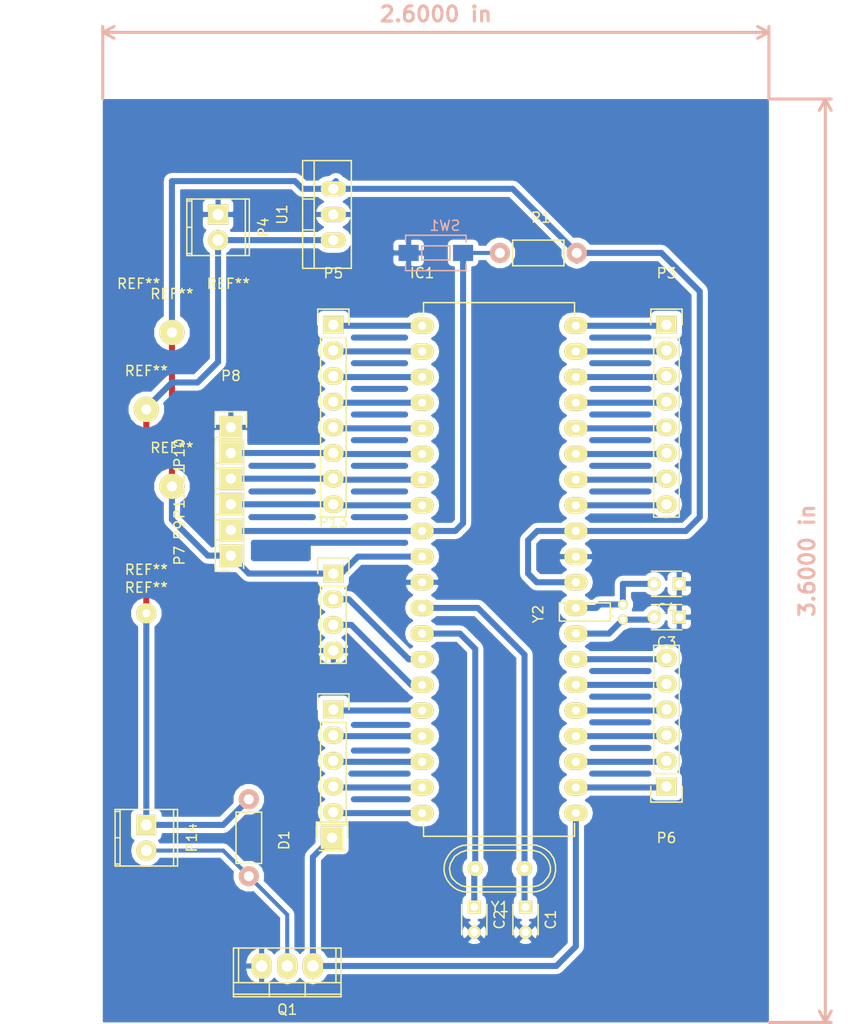
<source format=kicad_pcb>
(kicad_pcb (version 4) (host pcbnew 4.0.2+dfsg1-stable)

  (general
    (links 67)
    (no_connects 0)
    (area 19.633713 72.334 109.6 173.228001)
    (thickness 1.6)
    (drawings 2)
    (tracks 187)
    (zones 0)
    (modules 33)
    (nets 40)
  )

  (page A4)
  (title_block
    (title Brewer)
  )

  (layers
    (0 F.Cu signal)
    (31 B.Cu signal)
    (32 B.Adhes user)
    (33 F.Adhes user)
    (34 B.Paste user)
    (35 F.Paste user)
    (36 B.SilkS user)
    (37 F.SilkS user)
    (38 B.Mask user)
    (39 F.Mask user)
    (40 Dwgs.User user)
    (41 Cmts.User user)
    (42 Eco1.User user)
    (43 Eco2.User user)
    (44 Edge.Cuts user)
    (45 Margin user)
    (46 B.CrtYd user)
    (47 F.CrtYd user)
    (48 B.Fab user)
    (49 F.Fab user)
  )

  (setup
    (last_trace_width 0.4)
    (trace_clearance 0.2)
    (zone_clearance 0.508)
    (zone_45_only yes)
    (trace_min 0.4)
    (segment_width 0.2)
    (edge_width 0.1)
    (via_size 0.6)
    (via_drill 0.4)
    (via_min_size 0.4)
    (via_min_drill 0.3)
    (uvia_size 0.3)
    (uvia_drill 0.1)
    (uvias_allowed no)
    (uvia_min_size 0.2)
    (uvia_min_drill 0.1)
    (pcb_text_width 0.3)
    (pcb_text_size 1.5 1.5)
    (mod_edge_width 0.15)
    (mod_text_size 1 1)
    (mod_text_width 0.15)
    (pad_size 2.49936 2.49936)
    (pad_drill 1.00076)
    (pad_to_mask_clearance 0)
    (aux_axis_origin 0 0)
    (visible_elements FFFFFF7F)
    (pcbplotparams
      (layerselection 0x01000_80000000)
      (usegerberextensions false)
      (excludeedgelayer true)
      (linewidth 0.100000)
      (plotframeref false)
      (viasonmask false)
      (mode 1)
      (useauxorigin false)
      (hpglpennumber 1)
      (hpglpenspeed 20)
      (hpglpendiameter 15)
      (hpglpenoverlay 2)
      (psnegative false)
      (psa4output false)
      (plotreference true)
      (plotvalue true)
      (plotinvisibletext false)
      (padsonsilk false)
      (subtractmaskfromsilk false)
      (outputformat 1)
      (mirror false)
      (drillshape 0)
      (scaleselection 1)
      (outputdirectory gerber))
  )

  (net 0 "")
  (net 1 "Net-(C1-Pad1)")
  (net 2 GND)
  (net 3 "Net-(C2-Pad1)")
  (net 4 "Net-(C3-Pad2)")
  (net 5 "Net-(C4-Pad2)")
  (net 6 "Net-(IC1-Pad1)")
  (net 7 "Net-(IC1-Pad2)")
  (net 8 "Net-(IC1-Pad3)")
  (net 9 "Net-(IC1-Pad4)")
  (net 10 "Net-(IC1-Pad5)")
  (net 11 "Net-(IC1-Pad6)")
  (net 12 "Net-(IC1-Pad7)")
  (net 13 "Net-(IC1-Pad8)")
  (net 14 "Net-(IC1-Pad9)")
  (net 15 "Net-(IC1-Pad10)")
  (net 16 "Net-(IC1-Pad14)")
  (net 17 "Net-(IC1-Pad15)")
  (net 18 "Net-(IC1-Pad16)")
  (net 19 "Net-(IC1-Pad17)")
  (net 20 "Net-(IC1-Pad18)")
  (net 21 "Net-(IC1-Pad19)")
  (net 22 "Net-(IC1-Pad20)")
  (net 23 "Net-(IC1-Pad21)")
  (net 24 "Net-(IC1-Pad22)")
  (net 25 "Net-(IC1-Pad23)")
  (net 26 "Net-(IC1-Pad24)")
  (net 27 "Net-(IC1-Pad25)")
  (net 28 "Net-(IC1-Pad26)")
  (net 29 "Net-(IC1-Pad27)")
  (net 30 "Net-(IC1-Pad33)")
  (net 31 "Net-(IC1-Pad34)")
  (net 32 "Net-(IC1-Pad35)")
  (net 33 "Net-(IC1-Pad36)")
  (net 34 "Net-(IC1-Pad37)")
  (net 35 "Net-(IC1-Pad38)")
  (net 36 "Net-(IC1-Pad39)")
  (net 37 "Net-(IC1-Pad40)")
  (net 38 +12V)
  (net 39 "Net-(D1-Pad2)")

  (net_class Default "This is the default net class."
    (clearance 0.2)
    (trace_width 0.4)
    (via_dia 0.6)
    (via_drill 0.4)
    (uvia_dia 0.3)
    (uvia_drill 0.1)
    (add_net "Net-(D1-Pad2)")
  )

  (net_class bus ""
    (clearance 0.1)
    (trace_width 0.6)
    (via_dia 0.6)
    (via_drill 0.4)
    (uvia_dia 0.3)
    (uvia_drill 0.1)
    (add_net +12V)
    (add_net GND)
    (add_net "Net-(C1-Pad1)")
    (add_net "Net-(C2-Pad1)")
    (add_net "Net-(C3-Pad2)")
    (add_net "Net-(C4-Pad2)")
    (add_net "Net-(IC1-Pad1)")
    (add_net "Net-(IC1-Pad10)")
    (add_net "Net-(IC1-Pad14)")
    (add_net "Net-(IC1-Pad15)")
    (add_net "Net-(IC1-Pad16)")
    (add_net "Net-(IC1-Pad17)")
    (add_net "Net-(IC1-Pad18)")
    (add_net "Net-(IC1-Pad19)")
    (add_net "Net-(IC1-Pad2)")
    (add_net "Net-(IC1-Pad20)")
    (add_net "Net-(IC1-Pad21)")
    (add_net "Net-(IC1-Pad22)")
    (add_net "Net-(IC1-Pad23)")
    (add_net "Net-(IC1-Pad24)")
    (add_net "Net-(IC1-Pad25)")
    (add_net "Net-(IC1-Pad26)")
    (add_net "Net-(IC1-Pad27)")
    (add_net "Net-(IC1-Pad3)")
    (add_net "Net-(IC1-Pad33)")
    (add_net "Net-(IC1-Pad34)")
    (add_net "Net-(IC1-Pad35)")
    (add_net "Net-(IC1-Pad36)")
    (add_net "Net-(IC1-Pad37)")
    (add_net "Net-(IC1-Pad38)")
    (add_net "Net-(IC1-Pad39)")
    (add_net "Net-(IC1-Pad4)")
    (add_net "Net-(IC1-Pad40)")
    (add_net "Net-(IC1-Pad5)")
    (add_net "Net-(IC1-Pad6)")
    (add_net "Net-(IC1-Pad7)")
    (add_net "Net-(IC1-Pad8)")
    (add_net "Net-(IC1-Pad9)")
  )

  (module Wire_Pads:SolderWirePad_single_1mmDrill (layer F.Cu) (tedit 5A662CD7) (tstamp 5A146CEE)
    (at 34.29 132.207)
    (fp_text reference REF** (at 0 -3.81) (layer F.SilkS)
      (effects (font (size 1 1) (thickness 0.15)))
    )
    (fp_text value SolderWirePad_single_1mmDrill (at -1.905 3.175) (layer F.Fab)
      (effects (font (size 1 1) (thickness 0.15)))
    )
  )

  (module Wire_Pads:SolderWirePad_single_1mmDrill (layer F.Cu) (tedit 5A146CCA) (tstamp 5A146CE0)
    (at 34.29 112.522)
    (fp_text reference REF** (at 0 -3.81) (layer F.SilkS)
      (effects (font (size 1 1) (thickness 0.15)))
    )
    (fp_text value SolderWirePad_single_1mmDrill (at -1.905 3.175) (layer F.Fab)
      (effects (font (size 1 1) (thickness 0.15)))
    )
    (pad 1 thru_hole circle (at 0 0) (size 2.49936 2.49936) (drill 1.00076) (layers *.Cu *.Mask F.SilkS))
  )

  (module Pin_Headers:Pin_Header_Straight_1x08 (layer F.Cu) (tedit 0) (tstamp 5A035650)
    (at 85.852 104.14)
    (descr "Through hole pin header")
    (tags "pin header")
    (path /5A002EC3)
    (fp_text reference P3 (at 0 -5.1) (layer F.SilkS)
      (effects (font (size 1 1) (thickness 0.15)))
    )
    (fp_text value PA0-7 (at 0 -3.1) (layer F.Fab)
      (effects (font (size 1 1) (thickness 0.15)))
    )
    (fp_line (start -1.75 -1.75) (end -1.75 19.55) (layer F.CrtYd) (width 0.05))
    (fp_line (start 1.75 -1.75) (end 1.75 19.55) (layer F.CrtYd) (width 0.05))
    (fp_line (start -1.75 -1.75) (end 1.75 -1.75) (layer F.CrtYd) (width 0.05))
    (fp_line (start -1.75 19.55) (end 1.75 19.55) (layer F.CrtYd) (width 0.05))
    (fp_line (start 1.27 1.27) (end 1.27 19.05) (layer F.SilkS) (width 0.15))
    (fp_line (start 1.27 19.05) (end -1.27 19.05) (layer F.SilkS) (width 0.15))
    (fp_line (start -1.27 19.05) (end -1.27 1.27) (layer F.SilkS) (width 0.15))
    (fp_line (start 1.55 -1.55) (end 1.55 0) (layer F.SilkS) (width 0.15))
    (fp_line (start 1.27 1.27) (end -1.27 1.27) (layer F.SilkS) (width 0.15))
    (fp_line (start -1.55 0) (end -1.55 -1.55) (layer F.SilkS) (width 0.15))
    (fp_line (start -1.55 -1.55) (end 1.55 -1.55) (layer F.SilkS) (width 0.15))
    (pad 1 thru_hole rect (at 0 0) (size 2.032 1.7272) (drill 1.016) (layers *.Cu *.Mask F.SilkS)
      (net 37 "Net-(IC1-Pad40)"))
    (pad 2 thru_hole oval (at 0 2.54) (size 2.032 1.7272) (drill 1.016) (layers *.Cu *.Mask F.SilkS)
      (net 36 "Net-(IC1-Pad39)"))
    (pad 3 thru_hole oval (at 0 5.08) (size 2.032 1.7272) (drill 1.016) (layers *.Cu *.Mask F.SilkS)
      (net 35 "Net-(IC1-Pad38)"))
    (pad 4 thru_hole oval (at 0 7.62) (size 2.032 1.7272) (drill 1.016) (layers *.Cu *.Mask F.SilkS)
      (net 34 "Net-(IC1-Pad37)"))
    (pad 5 thru_hole oval (at 0 10.16) (size 2.032 1.7272) (drill 1.016) (layers *.Cu *.Mask F.SilkS)
      (net 33 "Net-(IC1-Pad36)"))
    (pad 6 thru_hole oval (at 0 12.7) (size 2.032 1.7272) (drill 1.016) (layers *.Cu *.Mask F.SilkS)
      (net 32 "Net-(IC1-Pad35)"))
    (pad 7 thru_hole oval (at 0 15.24) (size 2.032 1.7272) (drill 1.016) (layers *.Cu *.Mask F.SilkS)
      (net 31 "Net-(IC1-Pad34)"))
    (pad 8 thru_hole oval (at 0 17.78) (size 2.032 1.7272) (drill 1.016) (layers *.Cu *.Mask F.SilkS)
      (net 30 "Net-(IC1-Pad33)"))
    (model Pin_Headers.3dshapes/Pin_Header_Straight_1x08.wrl
      (at (xyz 0 -0.35 0))
      (scale (xyz 1 1 1))
      (rotate (xyz 0 0 90))
    )
  )

  (module Capacitors_ThroughHole:C_Disc_D3_P2.5 (layer F.Cu) (tedit 0) (tstamp 5A035606)
    (at 71.882 161.798 270)
    (descr "Capacitor 3mm Disc, Pitch 2.5mm")
    (tags Capacitor)
    (path /59FF2ADB)
    (fp_text reference C1 (at 1.25 -2.5 270) (layer F.SilkS)
      (effects (font (size 1 1) (thickness 0.15)))
    )
    (fp_text value 15pF (at 1.25 2.5 270) (layer F.Fab)
      (effects (font (size 1 1) (thickness 0.15)))
    )
    (fp_line (start -0.9 -1.5) (end 3.4 -1.5) (layer F.CrtYd) (width 0.05))
    (fp_line (start 3.4 -1.5) (end 3.4 1.5) (layer F.CrtYd) (width 0.05))
    (fp_line (start 3.4 1.5) (end -0.9 1.5) (layer F.CrtYd) (width 0.05))
    (fp_line (start -0.9 1.5) (end -0.9 -1.5) (layer F.CrtYd) (width 0.05))
    (fp_line (start -0.25 -1.25) (end 2.75 -1.25) (layer F.SilkS) (width 0.15))
    (fp_line (start 2.75 1.25) (end -0.25 1.25) (layer F.SilkS) (width 0.15))
    (pad 1 thru_hole rect (at 0 0 270) (size 1.3 1.3) (drill 0.8) (layers *.Cu *.Mask F.SilkS)
      (net 1 "Net-(C1-Pad1)"))
    (pad 2 thru_hole circle (at 2.5 0 270) (size 1.3 1.3) (drill 0.8001) (layers *.Cu *.Mask F.SilkS)
      (net 2 GND))
    (model Capacitors_ThroughHole.3dshapes/C_Disc_D3_P2.5.wrl
      (at (xyz 0.0492126 0 0))
      (scale (xyz 1 1 1))
      (rotate (xyz 0 0 0))
    )
  )

  (module Capacitors_ThroughHole:C_Disc_D3_P2.5 (layer F.Cu) (tedit 0) (tstamp 5A03560C)
    (at 66.802 161.798 270)
    (descr "Capacitor 3mm Disc, Pitch 2.5mm")
    (tags Capacitor)
    (path /59FF2B66)
    (fp_text reference C2 (at 1.25 -2.5 270) (layer F.SilkS)
      (effects (font (size 1 1) (thickness 0.15)))
    )
    (fp_text value 15pF (at 1.25 2.5 270) (layer F.Fab)
      (effects (font (size 1 1) (thickness 0.15)))
    )
    (fp_line (start -0.9 -1.5) (end 3.4 -1.5) (layer F.CrtYd) (width 0.05))
    (fp_line (start 3.4 -1.5) (end 3.4 1.5) (layer F.CrtYd) (width 0.05))
    (fp_line (start 3.4 1.5) (end -0.9 1.5) (layer F.CrtYd) (width 0.05))
    (fp_line (start -0.9 1.5) (end -0.9 -1.5) (layer F.CrtYd) (width 0.05))
    (fp_line (start -0.25 -1.25) (end 2.75 -1.25) (layer F.SilkS) (width 0.15))
    (fp_line (start 2.75 1.25) (end -0.25 1.25) (layer F.SilkS) (width 0.15))
    (pad 1 thru_hole rect (at 0 0 270) (size 1.3 1.3) (drill 0.8) (layers *.Cu *.Mask F.SilkS)
      (net 3 "Net-(C2-Pad1)"))
    (pad 2 thru_hole circle (at 2.5 0 270) (size 1.3 1.3) (drill 0.8001) (layers *.Cu *.Mask F.SilkS)
      (net 2 GND))
    (model Capacitors_ThroughHole.3dshapes/C_Disc_D3_P2.5.wrl
      (at (xyz 0.0492126 0 0))
      (scale (xyz 1 1 1))
      (rotate (xyz 0 0 0))
    )
  )

  (module Capacitors_ThroughHole:C_Disc_D3_P2.5 (layer F.Cu) (tedit 0) (tstamp 5A035612)
    (at 87.122 133.096 180)
    (descr "Capacitor 3mm Disc, Pitch 2.5mm")
    (tags Capacitor)
    (path /59FF5914)
    (fp_text reference C3 (at 1.25 -2.5 180) (layer F.SilkS)
      (effects (font (size 1 1) (thickness 0.15)))
    )
    (fp_text value 15pF (at 1.25 2.5 180) (layer F.Fab)
      (effects (font (size 1 1) (thickness 0.15)))
    )
    (fp_line (start -0.9 -1.5) (end 3.4 -1.5) (layer F.CrtYd) (width 0.05))
    (fp_line (start 3.4 -1.5) (end 3.4 1.5) (layer F.CrtYd) (width 0.05))
    (fp_line (start 3.4 1.5) (end -0.9 1.5) (layer F.CrtYd) (width 0.05))
    (fp_line (start -0.9 1.5) (end -0.9 -1.5) (layer F.CrtYd) (width 0.05))
    (fp_line (start -0.25 -1.25) (end 2.75 -1.25) (layer F.SilkS) (width 0.15))
    (fp_line (start 2.75 1.25) (end -0.25 1.25) (layer F.SilkS) (width 0.15))
    (pad 1 thru_hole rect (at 0 0 180) (size 1.3 1.3) (drill 0.8) (layers *.Cu *.Mask F.SilkS)
      (net 2 GND))
    (pad 2 thru_hole circle (at 2.5 0 180) (size 1.3 1.3) (drill 0.8001) (layers *.Cu *.Mask F.SilkS)
      (net 4 "Net-(C3-Pad2)"))
    (model Capacitors_ThroughHole.3dshapes/C_Disc_D3_P2.5.wrl
      (at (xyz 0.0492126 0 0))
      (scale (xyz 1 1 1))
      (rotate (xyz 0 0 0))
    )
  )

  (module Capacitors_ThroughHole:C_Disc_D3_P2.5 (layer F.Cu) (tedit 0) (tstamp 5A035618)
    (at 87.122 129.794 180)
    (descr "Capacitor 3mm Disc, Pitch 2.5mm")
    (tags Capacitor)
    (path /59FF5A5D)
    (fp_text reference C4 (at 1.25 -2.5 180) (layer F.SilkS)
      (effects (font (size 1 1) (thickness 0.15)))
    )
    (fp_text value 15pF (at 1.25 2.5 180) (layer F.Fab)
      (effects (font (size 1 1) (thickness 0.15)))
    )
    (fp_line (start -0.9 -1.5) (end 3.4 -1.5) (layer F.CrtYd) (width 0.05))
    (fp_line (start 3.4 -1.5) (end 3.4 1.5) (layer F.CrtYd) (width 0.05))
    (fp_line (start 3.4 1.5) (end -0.9 1.5) (layer F.CrtYd) (width 0.05))
    (fp_line (start -0.9 1.5) (end -0.9 -1.5) (layer F.CrtYd) (width 0.05))
    (fp_line (start -0.25 -1.25) (end 2.75 -1.25) (layer F.SilkS) (width 0.15))
    (fp_line (start 2.75 1.25) (end -0.25 1.25) (layer F.SilkS) (width 0.15))
    (pad 1 thru_hole rect (at 0 0 180) (size 1.3 1.3) (drill 0.8) (layers *.Cu *.Mask F.SilkS)
      (net 2 GND))
    (pad 2 thru_hole circle (at 2.5 0 180) (size 1.3 1.3) (drill 0.8001) (layers *.Cu *.Mask F.SilkS)
      (net 5 "Net-(C4-Pad2)"))
    (model Capacitors_ThroughHole.3dshapes/C_Disc_D3_P2.5.wrl
      (at (xyz 0.0492126 0 0))
      (scale (xyz 1 1 1))
      (rotate (xyz 0 0 0))
    )
  )

  (module Housings_DIP:DIP-40_W15.24mm_LongPads (layer F.Cu) (tedit 54130A77) (tstamp 5A035644)
    (at 61.6331 104.2416)
    (descr "40-lead dip package, row spacing 15.24 mm (600 mils), longer pads")
    (tags "dil dip 2.54 600")
    (path /59FF28AD)
    (fp_text reference IC1 (at 0 -5.22) (layer F.SilkS)
      (effects (font (size 1 1) (thickness 0.15)))
    )
    (fp_text value ATMEGA16-P (at 0 -3.72) (layer F.Fab)
      (effects (font (size 1 1) (thickness 0.15)))
    )
    (fp_line (start -1.4 -2.45) (end -1.4 50.75) (layer F.CrtYd) (width 0.05))
    (fp_line (start 16.65 -2.45) (end 16.65 50.75) (layer F.CrtYd) (width 0.05))
    (fp_line (start -1.4 -2.45) (end 16.65 -2.45) (layer F.CrtYd) (width 0.05))
    (fp_line (start -1.4 50.75) (end 16.65 50.75) (layer F.CrtYd) (width 0.05))
    (fp_line (start 0.135 -2.295) (end 0.135 -1.025) (layer F.SilkS) (width 0.15))
    (fp_line (start 15.105 -2.295) (end 15.105 -1.025) (layer F.SilkS) (width 0.15))
    (fp_line (start 15.105 50.555) (end 15.105 49.285) (layer F.SilkS) (width 0.15))
    (fp_line (start 0.135 50.555) (end 0.135 49.285) (layer F.SilkS) (width 0.15))
    (fp_line (start 0.135 -2.295) (end 15.105 -2.295) (layer F.SilkS) (width 0.15))
    (fp_line (start 0.135 50.555) (end 15.105 50.555) (layer F.SilkS) (width 0.15))
    (fp_line (start 0.135 -1.025) (end -1.15 -1.025) (layer F.SilkS) (width 0.15))
    (pad 1 thru_hole oval (at 0 0) (size 2.3 1.6) (drill 0.8) (layers *.Cu *.Mask F.SilkS)
      (net 6 "Net-(IC1-Pad1)"))
    (pad 2 thru_hole oval (at 0 2.54) (size 2.3 1.6) (drill 0.8) (layers *.Cu *.Mask F.SilkS)
      (net 7 "Net-(IC1-Pad2)"))
    (pad 3 thru_hole oval (at 0 5.08) (size 2.3 1.6) (drill 0.8) (layers *.Cu *.Mask F.SilkS)
      (net 8 "Net-(IC1-Pad3)"))
    (pad 4 thru_hole oval (at 0 7.62) (size 2.3 1.6) (drill 0.8) (layers *.Cu *.Mask F.SilkS)
      (net 9 "Net-(IC1-Pad4)"))
    (pad 5 thru_hole oval (at 0 10.16) (size 2.3 1.6) (drill 0.8) (layers *.Cu *.Mask F.SilkS)
      (net 10 "Net-(IC1-Pad5)"))
    (pad 6 thru_hole oval (at 0 12.7) (size 2.3 1.6) (drill 0.8) (layers *.Cu *.Mask F.SilkS)
      (net 11 "Net-(IC1-Pad6)"))
    (pad 7 thru_hole oval (at 0 15.24) (size 2.3 1.6) (drill 0.8) (layers *.Cu *.Mask F.SilkS)
      (net 12 "Net-(IC1-Pad7)"))
    (pad 8 thru_hole oval (at 0 17.78) (size 2.3 1.6) (drill 0.8) (layers *.Cu *.Mask F.SilkS)
      (net 13 "Net-(IC1-Pad8)"))
    (pad 9 thru_hole oval (at 0 20.32) (size 2.3 1.6) (drill 0.8) (layers *.Cu *.Mask F.SilkS)
      (net 14 "Net-(IC1-Pad9)"))
    (pad 10 thru_hole oval (at 0 22.86) (size 2.3 1.6) (drill 0.8) (layers *.Cu *.Mask F.SilkS)
      (net 15 "Net-(IC1-Pad10)"))
    (pad 11 thru_hole oval (at 0 25.4) (size 2.3 1.6) (drill 0.8) (layers *.Cu *.Mask F.SilkS)
      (net 2 GND))
    (pad 12 thru_hole oval (at 0 27.94) (size 2.3 1.6) (drill 0.8) (layers *.Cu *.Mask F.SilkS)
      (net 1 "Net-(C1-Pad1)"))
    (pad 13 thru_hole oval (at 0 30.48) (size 2.3 1.6) (drill 0.8) (layers *.Cu *.Mask F.SilkS)
      (net 3 "Net-(C2-Pad1)"))
    (pad 14 thru_hole oval (at 0 33.02) (size 2.3 1.6) (drill 0.8) (layers *.Cu *.Mask F.SilkS)
      (net 16 "Net-(IC1-Pad14)"))
    (pad 15 thru_hole oval (at 0 35.56) (size 2.3 1.6) (drill 0.8) (layers *.Cu *.Mask F.SilkS)
      (net 17 "Net-(IC1-Pad15)"))
    (pad 16 thru_hole oval (at 0 38.1) (size 2.3 1.6) (drill 0.8) (layers *.Cu *.Mask F.SilkS)
      (net 18 "Net-(IC1-Pad16)"))
    (pad 17 thru_hole oval (at 0 40.64) (size 2.3 1.6) (drill 0.8) (layers *.Cu *.Mask F.SilkS)
      (net 19 "Net-(IC1-Pad17)"))
    (pad 18 thru_hole oval (at 0 43.18) (size 2.3 1.6) (drill 0.8) (layers *.Cu *.Mask F.SilkS)
      (net 20 "Net-(IC1-Pad18)"))
    (pad 19 thru_hole oval (at 0 45.72) (size 2.3 1.6) (drill 0.8) (layers *.Cu *.Mask F.SilkS)
      (net 21 "Net-(IC1-Pad19)"))
    (pad 20 thru_hole oval (at 0 48.26) (size 2.3 1.6) (drill 0.8) (layers *.Cu *.Mask F.SilkS)
      (net 22 "Net-(IC1-Pad20)"))
    (pad 21 thru_hole oval (at 15.24 48.26) (size 2.3 1.6) (drill 0.8) (layers *.Cu *.Mask F.SilkS)
      (net 23 "Net-(IC1-Pad21)"))
    (pad 22 thru_hole oval (at 15.24 45.72) (size 2.3 1.6) (drill 0.8) (layers *.Cu *.Mask F.SilkS)
      (net 24 "Net-(IC1-Pad22)"))
    (pad 23 thru_hole oval (at 15.24 43.18) (size 2.3 1.6) (drill 0.8) (layers *.Cu *.Mask F.SilkS)
      (net 25 "Net-(IC1-Pad23)"))
    (pad 24 thru_hole oval (at 15.24 40.64) (size 2.3 1.6) (drill 0.8) (layers *.Cu *.Mask F.SilkS)
      (net 26 "Net-(IC1-Pad24)"))
    (pad 25 thru_hole oval (at 15.24 38.1) (size 2.3 1.6) (drill 0.8) (layers *.Cu *.Mask F.SilkS)
      (net 27 "Net-(IC1-Pad25)"))
    (pad 26 thru_hole oval (at 15.24 35.56) (size 2.3 1.6) (drill 0.8) (layers *.Cu *.Mask F.SilkS)
      (net 28 "Net-(IC1-Pad26)"))
    (pad 27 thru_hole oval (at 15.24 33.02) (size 2.3 1.6) (drill 0.8) (layers *.Cu *.Mask F.SilkS)
      (net 29 "Net-(IC1-Pad27)"))
    (pad 28 thru_hole oval (at 15.24 30.48) (size 2.3 1.6) (drill 0.8) (layers *.Cu *.Mask F.SilkS)
      (net 4 "Net-(C3-Pad2)"))
    (pad 29 thru_hole oval (at 15.24 27.94) (size 2.3 1.6) (drill 0.8) (layers *.Cu *.Mask F.SilkS)
      (net 5 "Net-(C4-Pad2)"))
    (pad 30 thru_hole oval (at 15.24 25.4) (size 2.3 1.6) (drill 0.8) (layers *.Cu *.Mask F.SilkS)
      (net 15 "Net-(IC1-Pad10)"))
    (pad 31 thru_hole oval (at 15.24 22.86) (size 2.3 1.6) (drill 0.8) (layers *.Cu *.Mask F.SilkS)
      (net 2 GND))
    (pad 32 thru_hole oval (at 15.24 20.32) (size 2.3 1.6) (drill 0.8) (layers *.Cu *.Mask F.SilkS)
      (net 15 "Net-(IC1-Pad10)"))
    (pad 33 thru_hole oval (at 15.24 17.78) (size 2.3 1.6) (drill 0.8) (layers *.Cu *.Mask F.SilkS)
      (net 30 "Net-(IC1-Pad33)"))
    (pad 34 thru_hole oval (at 15.24 15.24) (size 2.3 1.6) (drill 0.8) (layers *.Cu *.Mask F.SilkS)
      (net 31 "Net-(IC1-Pad34)"))
    (pad 35 thru_hole oval (at 15.24 12.7) (size 2.3 1.6) (drill 0.8) (layers *.Cu *.Mask F.SilkS)
      (net 32 "Net-(IC1-Pad35)"))
    (pad 36 thru_hole oval (at 15.24 10.16) (size 2.3 1.6) (drill 0.8) (layers *.Cu *.Mask F.SilkS)
      (net 33 "Net-(IC1-Pad36)"))
    (pad 37 thru_hole oval (at 15.24 7.62) (size 2.3 1.6) (drill 0.8) (layers *.Cu *.Mask F.SilkS)
      (net 34 "Net-(IC1-Pad37)"))
    (pad 38 thru_hole oval (at 15.24 5.08) (size 2.3 1.6) (drill 0.8) (layers *.Cu *.Mask F.SilkS)
      (net 35 "Net-(IC1-Pad38)"))
    (pad 39 thru_hole oval (at 15.24 2.54) (size 2.3 1.6) (drill 0.8) (layers *.Cu *.Mask F.SilkS)
      (net 36 "Net-(IC1-Pad39)"))
    (pad 40 thru_hole oval (at 15.24 0) (size 2.3 1.6) (drill 0.8) (layers *.Cu *.Mask F.SilkS)
      (net 37 "Net-(IC1-Pad40)"))
    (model Housings_DIP.3dshapes/DIP-40_W15.24mm_LongPads.wrl
      (at (xyz 0 0 0))
      (scale (xyz 1 1 1))
      (rotate (xyz 0 0 0))
    )
  )

  (module Terminal_Blocks:TerminalBlock_Pheonix_MPT-2.54mm_2pol (layer F.Cu) (tedit 0) (tstamp 5A035656)
    (at 41.402 93.218 270)
    (descr "2-way 2.54mm pitch terminal block, Phoenix MPT series")
    (path /59FF62ED)
    (fp_text reference P4 (at 1.27 -4.50088 270) (layer F.SilkS)
      (effects (font (size 1 1) (thickness 0.15)))
    )
    (fp_text value "12v input" (at 1.27 4.50088 270) (layer F.Fab)
      (effects (font (size 1 1) (thickness 0.15)))
    )
    (fp_line (start -1.7 -3.3) (end 4.3 -3.3) (layer F.CrtYd) (width 0.05))
    (fp_line (start -1.7 3.3) (end -1.7 -3.3) (layer F.CrtYd) (width 0.05))
    (fp_line (start 4.3 3.3) (end -1.7 3.3) (layer F.CrtYd) (width 0.05))
    (fp_line (start 4.3 -3.3) (end 4.3 3.3) (layer F.CrtYd) (width 0.05))
    (fp_line (start 4.06908 2.60096) (end -1.52908 2.60096) (layer F.SilkS) (width 0.15))
    (fp_line (start -1.33096 3.0988) (end -1.33096 2.60096) (layer F.SilkS) (width 0.15))
    (fp_line (start 3.87096 2.60096) (end 3.87096 3.0988) (layer F.SilkS) (width 0.15))
    (fp_line (start 1.27 3.0988) (end 1.27 2.60096) (layer F.SilkS) (width 0.15))
    (fp_line (start -1.52908 -2.70002) (end 4.06908 -2.70002) (layer F.SilkS) (width 0.15))
    (fp_line (start -1.52908 3.0988) (end 4.06908 3.0988) (layer F.SilkS) (width 0.15))
    (fp_line (start 4.06908 3.0988) (end 4.06908 -3.0988) (layer F.SilkS) (width 0.15))
    (fp_line (start 4.06908 -3.0988) (end -1.52908 -3.0988) (layer F.SilkS) (width 0.15))
    (fp_line (start -1.52908 -3.0988) (end -1.52908 3.0988) (layer F.SilkS) (width 0.15))
    (pad 2 thru_hole oval (at 2.54 0 270) (size 1.99898 1.99898) (drill 1.09728) (layers *.Cu *.Mask F.SilkS)
      (net 38 +12V))
    (pad 1 thru_hole rect (at 0 0 270) (size 1.99898 1.99898) (drill 1.09728) (layers *.Cu *.Mask F.SilkS)
      (net 2 GND))
    (model Terminal_Blocks.3dshapes/TerminalBlock_Pheonix_MPT-2.54mm_2pol.wrl
      (at (xyz 0.05 0 0))
      (scale (xyz 1 1 1))
      (rotate (xyz 0 0 0))
    )
  )

  (module Pin_Headers:Pin_Header_Straight_1x08 (layer F.Cu) (tedit 0) (tstamp 5A035662)
    (at 52.832 104.14)
    (descr "Through hole pin header")
    (tags "pin header")
    (path /5A036A88)
    (fp_text reference P5 (at 0 -5.1) (layer F.SilkS)
      (effects (font (size 1 1) (thickness 0.15)))
    )
    (fp_text value PB0-7 (at 0 -3.1) (layer F.Fab)
      (effects (font (size 1 1) (thickness 0.15)))
    )
    (fp_line (start -1.75 -1.75) (end -1.75 19.55) (layer F.CrtYd) (width 0.05))
    (fp_line (start 1.75 -1.75) (end 1.75 19.55) (layer F.CrtYd) (width 0.05))
    (fp_line (start -1.75 -1.75) (end 1.75 -1.75) (layer F.CrtYd) (width 0.05))
    (fp_line (start -1.75 19.55) (end 1.75 19.55) (layer F.CrtYd) (width 0.05))
    (fp_line (start 1.27 1.27) (end 1.27 19.05) (layer F.SilkS) (width 0.15))
    (fp_line (start 1.27 19.05) (end -1.27 19.05) (layer F.SilkS) (width 0.15))
    (fp_line (start -1.27 19.05) (end -1.27 1.27) (layer F.SilkS) (width 0.15))
    (fp_line (start 1.55 -1.55) (end 1.55 0) (layer F.SilkS) (width 0.15))
    (fp_line (start 1.27 1.27) (end -1.27 1.27) (layer F.SilkS) (width 0.15))
    (fp_line (start -1.55 0) (end -1.55 -1.55) (layer F.SilkS) (width 0.15))
    (fp_line (start -1.55 -1.55) (end 1.55 -1.55) (layer F.SilkS) (width 0.15))
    (pad 1 thru_hole rect (at 0 0) (size 2.032 1.7272) (drill 1.016) (layers *.Cu *.Mask F.SilkS)
      (net 6 "Net-(IC1-Pad1)"))
    (pad 2 thru_hole oval (at 0 2.54) (size 2.032 1.7272) (drill 1.016) (layers *.Cu *.Mask F.SilkS)
      (net 7 "Net-(IC1-Pad2)"))
    (pad 3 thru_hole oval (at 0 5.08) (size 2.032 1.7272) (drill 1.016) (layers *.Cu *.Mask F.SilkS)
      (net 8 "Net-(IC1-Pad3)"))
    (pad 4 thru_hole oval (at 0 7.62) (size 2.032 1.7272) (drill 1.016) (layers *.Cu *.Mask F.SilkS)
      (net 9 "Net-(IC1-Pad4)"))
    (pad 5 thru_hole oval (at 0 10.16) (size 2.032 1.7272) (drill 1.016) (layers *.Cu *.Mask F.SilkS)
      (net 10 "Net-(IC1-Pad5)"))
    (pad 6 thru_hole oval (at 0 12.7) (size 2.032 1.7272) (drill 1.016) (layers *.Cu *.Mask F.SilkS)
      (net 11 "Net-(IC1-Pad6)"))
    (pad 7 thru_hole oval (at 0 15.24) (size 2.032 1.7272) (drill 1.016) (layers *.Cu *.Mask F.SilkS)
      (net 12 "Net-(IC1-Pad7)"))
    (pad 8 thru_hole oval (at 0 17.78) (size 2.032 1.7272) (drill 1.016) (layers *.Cu *.Mask F.SilkS)
      (net 13 "Net-(IC1-Pad8)"))
    (model Pin_Headers.3dshapes/Pin_Header_Straight_1x08.wrl
      (at (xyz 0 -0.35 0))
      (scale (xyz 1 1 1))
      (rotate (xyz 0 0 90))
    )
  )

  (module Resistors_ThroughHole:Resistor_Horizontal_RM7mm (layer F.Cu) (tedit 569FCF07) (tstamp 5A035668)
    (at 69.342 97.028)
    (descr "Resistor, Axial,  RM 7.62mm, 1/3W,")
    (tags "Resistor Axial RM 7.62mm 1/3W R3")
    (path /59FF4CAB)
    (fp_text reference R1 (at 4.05892 -3.50012) (layer F.SilkS)
      (effects (font (size 1 1) (thickness 0.15)))
    )
    (fp_text value 10k (at 3.81 3.81) (layer F.Fab)
      (effects (font (size 1 1) (thickness 0.15)))
    )
    (fp_line (start -1.25 -1.5) (end 8.85 -1.5) (layer F.CrtYd) (width 0.05))
    (fp_line (start -1.25 1.5) (end -1.25 -1.5) (layer F.CrtYd) (width 0.05))
    (fp_line (start 8.85 -1.5) (end 8.85 1.5) (layer F.CrtYd) (width 0.05))
    (fp_line (start -1.25 1.5) (end 8.85 1.5) (layer F.CrtYd) (width 0.05))
    (fp_line (start 1.27 -1.27) (end 6.35 -1.27) (layer F.SilkS) (width 0.15))
    (fp_line (start 6.35 -1.27) (end 6.35 1.27) (layer F.SilkS) (width 0.15))
    (fp_line (start 6.35 1.27) (end 1.27 1.27) (layer F.SilkS) (width 0.15))
    (fp_line (start 1.27 1.27) (end 1.27 -1.27) (layer F.SilkS) (width 0.15))
    (pad 1 thru_hole circle (at 0 0) (size 1.99898 1.99898) (drill 1.00076) (layers *.Cu *.SilkS *.Mask)
      (net 14 "Net-(IC1-Pad9)"))
    (pad 2 thru_hole circle (at 7.62 0) (size 1.99898 1.99898) (drill 1.00076) (layers *.Cu *.SilkS *.Mask)
      (net 15 "Net-(IC1-Pad10)"))
  )

  (module Buttons_Switches_SMD:SW_SPST_EVQPE1 (layer B.Cu) (tedit 55DB43C0) (tstamp 5A03566E)
    (at 62.992 97.028 180)
    (descr "Light Touch Switch")
    (path /59FF47B3)
    (attr smd)
    (fp_text reference SW1 (at -0.9 2.7 180) (layer B.SilkS)
      (effects (font (size 1 1) (thickness 0.15)) (justify mirror))
    )
    (fp_text value Reset (at 0 0 180) (layer B.Fab)
      (effects (font (size 1 1) (thickness 0.15)) (justify mirror))
    )
    (fp_line (start -1.4 0.7) (end 1.4 0.7) (layer B.SilkS) (width 0.15))
    (fp_line (start 1.4 0.7) (end 1.4 -0.7) (layer B.SilkS) (width 0.15))
    (fp_line (start 1.4 -0.7) (end -1.4 -0.7) (layer B.SilkS) (width 0.15))
    (fp_line (start -1.4 -0.7) (end -1.4 0.7) (layer B.SilkS) (width 0.15))
    (fp_line (start -3.95 2) (end 3.95 2) (layer B.CrtYd) (width 0.05))
    (fp_line (start 3.95 2) (end 3.95 -2) (layer B.CrtYd) (width 0.05))
    (fp_line (start 3.95 -2) (end -3.95 -2) (layer B.CrtYd) (width 0.05))
    (fp_line (start -3.95 -2) (end -3.95 2) (layer B.CrtYd) (width 0.05))
    (fp_line (start 3 1.75) (end 3 1.1) (layer B.SilkS) (width 0.15))
    (fp_line (start 3 -1.75) (end 3 -1.1) (layer B.SilkS) (width 0.15))
    (fp_line (start -3 -1.1) (end -3 -1.75) (layer B.SilkS) (width 0.15))
    (fp_line (start -3 1.75) (end -3 1.1) (layer B.SilkS) (width 0.15))
    (fp_line (start 3 1.75) (end -3 1.75) (layer B.SilkS) (width 0.15))
    (fp_line (start -3 -1.75) (end 3 -1.75) (layer B.SilkS) (width 0.15))
    (pad 2 smd rect (at 2.7 0 180) (size 2 1.6) (layers B.Cu B.Paste B.Mask)
      (net 2 GND))
    (pad 1 smd rect (at -2.7 0 180) (size 2 1.6) (layers B.Cu B.Paste B.Mask)
      (net 14 "Net-(IC1-Pad9)"))
  )

  (module TO_SOT_Packages_THT:TO-220_Neutral123_Vertical (layer F.Cu) (tedit 0) (tstamp 5A035675)
    (at 52.832 93.218 90)
    (descr "TO-220, Neutral, Vertical,")
    (tags "TO-220, Neutral, Vertical,")
    (path /59FF757F)
    (fp_text reference U1 (at 0 -5.08 90) (layer F.SilkS)
      (effects (font (size 1 1) (thickness 0.15)))
    )
    (fp_text value LM7805CT (at 0 3.81 90) (layer F.Fab)
      (effects (font (size 1 1) (thickness 0.15)))
    )
    (fp_line (start -1.524 -3.048) (end -1.524 -1.905) (layer F.SilkS) (width 0.15))
    (fp_line (start 1.524 -3.048) (end 1.524 -1.905) (layer F.SilkS) (width 0.15))
    (fp_line (start 5.334 -1.905) (end 5.334 1.778) (layer F.SilkS) (width 0.15))
    (fp_line (start 5.334 1.778) (end -5.334 1.778) (layer F.SilkS) (width 0.15))
    (fp_line (start -5.334 1.778) (end -5.334 -1.905) (layer F.SilkS) (width 0.15))
    (fp_line (start 5.334 -3.048) (end 5.334 -1.905) (layer F.SilkS) (width 0.15))
    (fp_line (start 5.334 -1.905) (end -5.334 -1.905) (layer F.SilkS) (width 0.15))
    (fp_line (start -5.334 -1.905) (end -5.334 -3.048) (layer F.SilkS) (width 0.15))
    (fp_line (start 0 -3.048) (end -5.334 -3.048) (layer F.SilkS) (width 0.15))
    (fp_line (start 0 -3.048) (end 5.334 -3.048) (layer F.SilkS) (width 0.15))
    (pad 2 thru_hole oval (at 0 0 180) (size 2.49936 1.50114) (drill 1.00076) (layers *.Cu *.Mask F.SilkS)
      (net 2 GND))
    (pad 1 thru_hole oval (at -2.54 0 180) (size 2.49936 1.50114) (drill 1.00076) (layers *.Cu *.Mask F.SilkS)
      (net 38 +12V))
    (pad 3 thru_hole oval (at 2.54 0 180) (size 2.49936 1.50114) (drill 1.00076) (layers *.Cu *.Mask F.SilkS)
      (net 15 "Net-(IC1-Pad10)"))
    (model TO_SOT_Packages_THT.3dshapes/TO-220_Neutral123_Vertical.wrl
      (at (xyz 0 0 0))
      (scale (xyz 0.3937 0.3937 0.3937))
      (rotate (xyz 0 0 0))
    )
  )

  (module Crystals:Crystal_HC49-U_Vertical (layer F.Cu) (tedit 0) (tstamp 5A03567B)
    (at 69.342 157.988 180)
    (descr "Crystal, Quarz, HC49/U, vertical, stehend,")
    (tags "Crystal, Quarz, HC49/U, vertical, stehend,")
    (path /59FF2A0E)
    (fp_text reference Y1 (at 0 -3.81 180) (layer F.SilkS)
      (effects (font (size 1 1) (thickness 0.15)))
    )
    (fp_text value 8MHz (at 0 3.81 180) (layer F.Fab)
      (effects (font (size 1 1) (thickness 0.15)))
    )
    (fp_line (start 4.699 -1.00076) (end 4.89966 -0.59944) (layer F.SilkS) (width 0.15))
    (fp_line (start 4.89966 -0.59944) (end 5.00126 0) (layer F.SilkS) (width 0.15))
    (fp_line (start 5.00126 0) (end 4.89966 0.50038) (layer F.SilkS) (width 0.15))
    (fp_line (start 4.89966 0.50038) (end 4.50088 1.19888) (layer F.SilkS) (width 0.15))
    (fp_line (start 4.50088 1.19888) (end 3.8989 1.6002) (layer F.SilkS) (width 0.15))
    (fp_line (start 3.8989 1.6002) (end 3.29946 1.80086) (layer F.SilkS) (width 0.15))
    (fp_line (start 3.29946 1.80086) (end -3.29946 1.80086) (layer F.SilkS) (width 0.15))
    (fp_line (start -3.29946 1.80086) (end -4.0005 1.6002) (layer F.SilkS) (width 0.15))
    (fp_line (start -4.0005 1.6002) (end -4.39928 1.30048) (layer F.SilkS) (width 0.15))
    (fp_line (start -4.39928 1.30048) (end -4.8006 0.8001) (layer F.SilkS) (width 0.15))
    (fp_line (start -4.8006 0.8001) (end -5.00126 0.20066) (layer F.SilkS) (width 0.15))
    (fp_line (start -5.00126 0.20066) (end -5.00126 -0.29972) (layer F.SilkS) (width 0.15))
    (fp_line (start -5.00126 -0.29972) (end -4.8006 -0.8001) (layer F.SilkS) (width 0.15))
    (fp_line (start -4.8006 -0.8001) (end -4.30022 -1.39954) (layer F.SilkS) (width 0.15))
    (fp_line (start -4.30022 -1.39954) (end -3.79984 -1.69926) (layer F.SilkS) (width 0.15))
    (fp_line (start -3.79984 -1.69926) (end -3.29946 -1.80086) (layer F.SilkS) (width 0.15))
    (fp_line (start -3.2004 -1.80086) (end 3.40106 -1.80086) (layer F.SilkS) (width 0.15))
    (fp_line (start 3.40106 -1.80086) (end 3.79984 -1.69926) (layer F.SilkS) (width 0.15))
    (fp_line (start 3.79984 -1.69926) (end 4.30022 -1.39954) (layer F.SilkS) (width 0.15))
    (fp_line (start 4.30022 -1.39954) (end 4.8006 -0.89916) (layer F.SilkS) (width 0.15))
    (fp_line (start -3.19024 -2.32918) (end -3.64998 -2.28092) (layer F.SilkS) (width 0.15))
    (fp_line (start -3.64998 -2.28092) (end -4.04876 -2.16916) (layer F.SilkS) (width 0.15))
    (fp_line (start -4.04876 -2.16916) (end -4.48056 -1.95072) (layer F.SilkS) (width 0.15))
    (fp_line (start -4.48056 -1.95072) (end -4.77012 -1.71958) (layer F.SilkS) (width 0.15))
    (fp_line (start -4.77012 -1.71958) (end -5.10032 -1.36906) (layer F.SilkS) (width 0.15))
    (fp_line (start -5.10032 -1.36906) (end -5.38988 -0.83058) (layer F.SilkS) (width 0.15))
    (fp_line (start -5.38988 -0.83058) (end -5.51942 -0.23114) (layer F.SilkS) (width 0.15))
    (fp_line (start -5.51942 -0.23114) (end -5.51942 0.2794) (layer F.SilkS) (width 0.15))
    (fp_line (start -5.51942 0.2794) (end -5.34924 0.98044) (layer F.SilkS) (width 0.15))
    (fp_line (start -5.34924 0.98044) (end -4.95046 1.56972) (layer F.SilkS) (width 0.15))
    (fp_line (start -4.95046 1.56972) (end -4.49072 1.94056) (layer F.SilkS) (width 0.15))
    (fp_line (start -4.49072 1.94056) (end -4.06908 2.14884) (layer F.SilkS) (width 0.15))
    (fp_line (start -4.06908 2.14884) (end -3.6195 2.30886) (layer F.SilkS) (width 0.15))
    (fp_line (start -3.6195 2.30886) (end -3.18008 2.33934) (layer F.SilkS) (width 0.15))
    (fp_line (start 4.16052 2.1209) (end 4.53898 1.89992) (layer F.SilkS) (width 0.15))
    (fp_line (start 4.53898 1.89992) (end 4.85902 1.62052) (layer F.SilkS) (width 0.15))
    (fp_line (start 4.85902 1.62052) (end 5.11048 1.29032) (layer F.SilkS) (width 0.15))
    (fp_line (start 5.11048 1.29032) (end 5.4102 0.73914) (layer F.SilkS) (width 0.15))
    (fp_line (start 5.4102 0.73914) (end 5.51942 0.26924) (layer F.SilkS) (width 0.15))
    (fp_line (start 5.51942 0.26924) (end 5.53974 -0.1905) (layer F.SilkS) (width 0.15))
    (fp_line (start 5.53974 -0.1905) (end 5.45084 -0.65024) (layer F.SilkS) (width 0.15))
    (fp_line (start 5.45084 -0.65024) (end 5.26034 -1.09982) (layer F.SilkS) (width 0.15))
    (fp_line (start 5.26034 -1.09982) (end 4.89966 -1.56972) (layer F.SilkS) (width 0.15))
    (fp_line (start 4.89966 -1.56972) (end 4.54914 -1.88976) (layer F.SilkS) (width 0.15))
    (fp_line (start 4.54914 -1.88976) (end 4.16052 -2.1209) (layer F.SilkS) (width 0.15))
    (fp_line (start 4.16052 -2.1209) (end 3.73126 -2.2606) (layer F.SilkS) (width 0.15))
    (fp_line (start 3.73126 -2.2606) (end 3.2893 -2.32918) (layer F.SilkS) (width 0.15))
    (fp_line (start -3.2004 2.32918) (end 3.2512 2.32918) (layer F.SilkS) (width 0.15))
    (fp_line (start 3.2512 2.32918) (end 3.6703 2.29108) (layer F.SilkS) (width 0.15))
    (fp_line (start 3.6703 2.29108) (end 4.16052 2.1209) (layer F.SilkS) (width 0.15))
    (fp_line (start -3.2004 -2.32918) (end 3.2512 -2.32918) (layer F.SilkS) (width 0.15))
    (pad 1 thru_hole circle (at -2.44094 0 180) (size 1.50114 1.50114) (drill 0.8001) (layers *.Cu *.Mask F.SilkS)
      (net 1 "Net-(C1-Pad1)"))
    (pad 2 thru_hole circle (at 2.44094 0 180) (size 1.50114 1.50114) (drill 0.8001) (layers *.Cu *.Mask F.SilkS)
      (net 3 "Net-(C2-Pad1)"))
  )

  (module Crystals:Crystal_Round_Horizontal_2mm (layer F.Cu) (tedit 0) (tstamp 5A035681)
    (at 81.534 132.588 90)
    (descr "Crystal, Quarz, Rundgehaeuse, round, horizontal, liegend, Uhrenquarz, Diam. 2mm,")
    (tags "Crystal, Quarz, Rundgehaeuse, round, horizontal, liegend, Uhrenquarz, Diam. 2mm,")
    (path /5A003D25)
    (fp_text reference Y2 (at -0.20066 -8.39978 90) (layer F.SilkS)
      (effects (font (size 1 1) (thickness 0.15)))
    )
    (fp_text value 32768Hz (at 0 3.81 90) (layer F.Fab)
      (effects (font (size 1 1) (thickness 0.15)))
    )
    (fp_line (start -0.29972 -1.24968) (end -0.39878 -0.94996) (layer F.SilkS) (width 0.15))
    (fp_line (start 0.29972 -1.24968) (end 0.39878 -0.94996) (layer F.SilkS) (width 0.15))
    (fp_line (start 0.89916 -1.24968) (end 0.89916 -6.2992) (layer F.SilkS) (width 0.15))
    (fp_line (start 0.89916 -6.2992) (end -0.89916 -6.2992) (layer F.SilkS) (width 0.15))
    (fp_line (start -0.89916 -6.2992) (end -0.89916 -1.24968) (layer F.SilkS) (width 0.15))
    (fp_line (start 0.89916 -1.24968) (end -0.89916 -1.24968) (layer F.SilkS) (width 0.15))
    (pad 1 thru_hole circle (at -0.7493 0 90) (size 1.00076 1.00076) (drill 0.59944) (layers *.Cu *.Mask F.SilkS)
      (net 4 "Net-(C3-Pad2)"))
    (pad 2 thru_hole circle (at 0.7493 0 90) (size 1.00076 1.00076) (drill 0.59944) (layers *.Cu *.Mask F.SilkS)
      (net 5 "Net-(C4-Pad2)"))
  )

  (module Pin_Headers:Pin_Header_Straight_1x05 (layer F.Cu) (tedit 54EA0684) (tstamp 5A03574F)
    (at 52.832 142.24)
    (descr "Through hole pin header")
    (tags "pin header")
    (path /5A036C88)
    (fp_text reference P1 (at 0 -5.1) (layer F.SilkS)
      (effects (font (size 1 1) (thickness 0.15)))
    )
    (fp_text value PD2-6 (at 0 -3.1) (layer F.Fab)
      (effects (font (size 1 1) (thickness 0.15)))
    )
    (fp_line (start -1.55 0) (end -1.55 -1.55) (layer F.SilkS) (width 0.15))
    (fp_line (start -1.55 -1.55) (end 1.55 -1.55) (layer F.SilkS) (width 0.15))
    (fp_line (start 1.55 -1.55) (end 1.55 0) (layer F.SilkS) (width 0.15))
    (fp_line (start -1.75 -1.75) (end -1.75 11.95) (layer F.CrtYd) (width 0.05))
    (fp_line (start 1.75 -1.75) (end 1.75 11.95) (layer F.CrtYd) (width 0.05))
    (fp_line (start -1.75 -1.75) (end 1.75 -1.75) (layer F.CrtYd) (width 0.05))
    (fp_line (start -1.75 11.95) (end 1.75 11.95) (layer F.CrtYd) (width 0.05))
    (fp_line (start 1.27 1.27) (end 1.27 11.43) (layer F.SilkS) (width 0.15))
    (fp_line (start 1.27 11.43) (end -1.27 11.43) (layer F.SilkS) (width 0.15))
    (fp_line (start -1.27 11.43) (end -1.27 1.27) (layer F.SilkS) (width 0.15))
    (fp_line (start 1.27 1.27) (end -1.27 1.27) (layer F.SilkS) (width 0.15))
    (pad 1 thru_hole rect (at 0 0) (size 2.032 1.7272) (drill 1.016) (layers *.Cu *.Mask F.SilkS)
      (net 18 "Net-(IC1-Pad16)"))
    (pad 2 thru_hole oval (at 0 2.54) (size 2.032 1.7272) (drill 1.016) (layers *.Cu *.Mask F.SilkS)
      (net 19 "Net-(IC1-Pad17)"))
    (pad 3 thru_hole oval (at 0 5.08) (size 2.032 1.7272) (drill 1.016) (layers *.Cu *.Mask F.SilkS)
      (net 20 "Net-(IC1-Pad18)"))
    (pad 4 thru_hole oval (at 0 7.62) (size 2.032 1.7272) (drill 1.016) (layers *.Cu *.Mask F.SilkS)
      (net 21 "Net-(IC1-Pad19)"))
    (pad 5 thru_hole oval (at 0 10.16) (size 2.032 1.7272) (drill 1.016) (layers *.Cu *.Mask F.SilkS)
      (net 22 "Net-(IC1-Pad20)"))
    (model Pin_Headers.3dshapes/Pin_Header_Straight_1x05.wrl
      (at (xyz 0 -0.2 0))
      (scale (xyz 1 1 1))
      (rotate (xyz 0 0 90))
    )
  )

  (module Pin_Headers:Pin_Header_Straight_1x01 (layer F.Cu) (tedit 54EA08DC) (tstamp 5A035754)
    (at 52.705 154.94)
    (descr "Through hole pin header")
    (tags "pin header")
    (path /5A036CEF)
    (fp_text reference P2 (at 0 -5.1) (layer F.SilkS)
      (effects (font (size 1 1) (thickness 0.15)))
    )
    (fp_text value PD7 (at 0 -3.1) (layer F.Fab)
      (effects (font (size 1 1) (thickness 0.15)))
    )
    (fp_line (start 1.55 -1.55) (end 1.55 0) (layer F.SilkS) (width 0.15))
    (fp_line (start -1.75 -1.75) (end -1.75 1.75) (layer F.CrtYd) (width 0.05))
    (fp_line (start 1.75 -1.75) (end 1.75 1.75) (layer F.CrtYd) (width 0.05))
    (fp_line (start -1.75 -1.75) (end 1.75 -1.75) (layer F.CrtYd) (width 0.05))
    (fp_line (start -1.75 1.75) (end 1.75 1.75) (layer F.CrtYd) (width 0.05))
    (fp_line (start -1.55 0) (end -1.55 -1.55) (layer F.SilkS) (width 0.15))
    (fp_line (start -1.55 -1.55) (end 1.55 -1.55) (layer F.SilkS) (width 0.15))
    (fp_line (start -1.27 1.27) (end 1.27 1.27) (layer F.SilkS) (width 0.15))
    (pad 1 thru_hole rect (at 0 0) (size 2.2352 2.2352) (drill 1.016) (layers *.Cu *.Mask F.SilkS)
      (net 23 "Net-(IC1-Pad21)"))
    (model Pin_Headers.3dshapes/Pin_Header_Straight_1x01.wrl
      (at (xyz 0 0 0))
      (scale (xyz 1 1 1))
      (rotate (xyz 0 0 90))
    )
  )

  (module Pin_Headers:Pin_Header_Straight_1x06 (layer F.Cu) (tedit 0) (tstamp 5A03575E)
    (at 85.852 149.86 180)
    (descr "Through hole pin header")
    (tags "pin header")
    (path /5A036AE4)
    (fp_text reference P6 (at 0 -5.1 180) (layer F.SilkS)
      (effects (font (size 1 1) (thickness 0.15)))
    )
    (fp_text value PC0-5 (at 0 -3.1 180) (layer F.Fab)
      (effects (font (size 1 1) (thickness 0.15)))
    )
    (fp_line (start -1.75 -1.75) (end -1.75 14.45) (layer F.CrtYd) (width 0.05))
    (fp_line (start 1.75 -1.75) (end 1.75 14.45) (layer F.CrtYd) (width 0.05))
    (fp_line (start -1.75 -1.75) (end 1.75 -1.75) (layer F.CrtYd) (width 0.05))
    (fp_line (start -1.75 14.45) (end 1.75 14.45) (layer F.CrtYd) (width 0.05))
    (fp_line (start 1.27 1.27) (end 1.27 13.97) (layer F.SilkS) (width 0.15))
    (fp_line (start 1.27 13.97) (end -1.27 13.97) (layer F.SilkS) (width 0.15))
    (fp_line (start -1.27 13.97) (end -1.27 1.27) (layer F.SilkS) (width 0.15))
    (fp_line (start 1.55 -1.55) (end 1.55 0) (layer F.SilkS) (width 0.15))
    (fp_line (start 1.27 1.27) (end -1.27 1.27) (layer F.SilkS) (width 0.15))
    (fp_line (start -1.55 0) (end -1.55 -1.55) (layer F.SilkS) (width 0.15))
    (fp_line (start -1.55 -1.55) (end 1.55 -1.55) (layer F.SilkS) (width 0.15))
    (pad 1 thru_hole rect (at 0 0 180) (size 2.032 1.7272) (drill 1.016) (layers *.Cu *.Mask F.SilkS)
      (net 24 "Net-(IC1-Pad22)"))
    (pad 2 thru_hole oval (at 0 2.54 180) (size 2.032 1.7272) (drill 1.016) (layers *.Cu *.Mask F.SilkS)
      (net 25 "Net-(IC1-Pad23)"))
    (pad 3 thru_hole oval (at 0 5.08 180) (size 2.032 1.7272) (drill 1.016) (layers *.Cu *.Mask F.SilkS)
      (net 26 "Net-(IC1-Pad24)"))
    (pad 4 thru_hole oval (at 0 7.62 180) (size 2.032 1.7272) (drill 1.016) (layers *.Cu *.Mask F.SilkS)
      (net 27 "Net-(IC1-Pad25)"))
    (pad 5 thru_hole oval (at 0 10.16 180) (size 2.032 1.7272) (drill 1.016) (layers *.Cu *.Mask F.SilkS)
      (net 28 "Net-(IC1-Pad26)"))
    (pad 6 thru_hole oval (at 0 12.7 180) (size 2.032 1.7272) (drill 1.016) (layers *.Cu *.Mask F.SilkS)
      (net 29 "Net-(IC1-Pad27)"))
    (model Pin_Headers.3dshapes/Pin_Header_Straight_1x06.wrl
      (at (xyz 0 -0.25 0))
      (scale (xyz 1 1 1))
      (rotate (xyz 0 0 90))
    )
  )

  (module Pin_Headers:Pin_Header_Straight_1x01 (layer F.Cu) (tedit 54EA08DC) (tstamp 5A035763)
    (at 42.672 127 90)
    (descr "Through hole pin header")
    (tags "pin header")
    (path /5A039645)
    (fp_text reference P7 (at 0 -5.1 90) (layer F.SilkS)
      (effects (font (size 1 1) (thickness 0.15)))
    )
    (fp_text value VCC (at 0 -3.1 90) (layer F.Fab)
      (effects (font (size 1 1) (thickness 0.15)))
    )
    (fp_line (start 1.55 -1.55) (end 1.55 0) (layer F.SilkS) (width 0.15))
    (fp_line (start -1.75 -1.75) (end -1.75 1.75) (layer F.CrtYd) (width 0.05))
    (fp_line (start 1.75 -1.75) (end 1.75 1.75) (layer F.CrtYd) (width 0.05))
    (fp_line (start -1.75 -1.75) (end 1.75 -1.75) (layer F.CrtYd) (width 0.05))
    (fp_line (start -1.75 1.75) (end 1.75 1.75) (layer F.CrtYd) (width 0.05))
    (fp_line (start -1.55 0) (end -1.55 -1.55) (layer F.SilkS) (width 0.15))
    (fp_line (start -1.55 -1.55) (end 1.55 -1.55) (layer F.SilkS) (width 0.15))
    (fp_line (start -1.27 1.27) (end 1.27 1.27) (layer F.SilkS) (width 0.15))
    (pad 1 thru_hole rect (at 0 0 90) (size 2.2352 2.2352) (drill 1.016) (layers *.Cu *.Mask F.SilkS)
      (net 15 "Net-(IC1-Pad10)"))
    (model Pin_Headers.3dshapes/Pin_Header_Straight_1x01.wrl
      (at (xyz 0 0 0))
      (scale (xyz 1 1 1))
      (rotate (xyz 0 0 90))
    )
  )

  (module Pin_Headers:Pin_Header_Straight_1x01 (layer F.Cu) (tedit 54EA08DC) (tstamp 5A035768)
    (at 42.672 114.3)
    (descr "Through hole pin header")
    (tags "pin header")
    (path /5A0395F1)
    (fp_text reference P8 (at 0 -5.1) (layer F.SilkS)
      (effects (font (size 1 1) (thickness 0.15)))
    )
    (fp_text value GND (at 0 -3.1) (layer F.Fab)
      (effects (font (size 1 1) (thickness 0.15)))
    )
    (fp_line (start 1.55 -1.55) (end 1.55 0) (layer F.SilkS) (width 0.15))
    (fp_line (start -1.75 -1.75) (end -1.75 1.75) (layer F.CrtYd) (width 0.05))
    (fp_line (start 1.75 -1.75) (end 1.75 1.75) (layer F.CrtYd) (width 0.05))
    (fp_line (start -1.75 -1.75) (end 1.75 -1.75) (layer F.CrtYd) (width 0.05))
    (fp_line (start -1.75 1.75) (end 1.75 1.75) (layer F.CrtYd) (width 0.05))
    (fp_line (start -1.55 0) (end -1.55 -1.55) (layer F.SilkS) (width 0.15))
    (fp_line (start -1.55 -1.55) (end 1.55 -1.55) (layer F.SilkS) (width 0.15))
    (fp_line (start -1.27 1.27) (end 1.27 1.27) (layer F.SilkS) (width 0.15))
    (pad 1 thru_hole rect (at 0 0) (size 2.2352 2.2352) (drill 1.016) (layers *.Cu *.Mask F.SilkS)
      (net 2 GND))
    (model Pin_Headers.3dshapes/Pin_Header_Straight_1x01.wrl
      (at (xyz 0 0 0))
      (scale (xyz 1 1 1))
      (rotate (xyz 0 0 90))
    )
  )

  (module Pin_Headers:Pin_Header_Straight_1x01 (layer F.Cu) (tedit 54EA08DC) (tstamp 5A03576D)
    (at 42.672 124.46 90)
    (descr "Through hole pin header")
    (tags "pin header")
    (path /5A03959E)
    (fp_text reference P9 (at 0 -5.1 90) (layer F.SilkS)
      (effects (font (size 1 1) (thickness 0.15)))
    )
    (fp_text value RST (at 0 -3.1 90) (layer F.Fab)
      (effects (font (size 1 1) (thickness 0.15)))
    )
    (fp_line (start 1.55 -1.55) (end 1.55 0) (layer F.SilkS) (width 0.15))
    (fp_line (start -1.75 -1.75) (end -1.75 1.75) (layer F.CrtYd) (width 0.05))
    (fp_line (start 1.75 -1.75) (end 1.75 1.75) (layer F.CrtYd) (width 0.05))
    (fp_line (start -1.75 -1.75) (end 1.75 -1.75) (layer F.CrtYd) (width 0.05))
    (fp_line (start -1.75 1.75) (end 1.75 1.75) (layer F.CrtYd) (width 0.05))
    (fp_line (start -1.55 0) (end -1.55 -1.55) (layer F.SilkS) (width 0.15))
    (fp_line (start -1.55 -1.55) (end 1.55 -1.55) (layer F.SilkS) (width 0.15))
    (fp_line (start -1.27 1.27) (end 1.27 1.27) (layer F.SilkS) (width 0.15))
    (pad 1 thru_hole rect (at 0 0 90) (size 2.2352 2.2352) (drill 1.016) (layers *.Cu *.Mask F.SilkS)
      (net 14 "Net-(IC1-Pad9)"))
    (model Pin_Headers.3dshapes/Pin_Header_Straight_1x01.wrl
      (at (xyz 0 0 0))
      (scale (xyz 1 1 1))
      (rotate (xyz 0 0 90))
    )
  )

  (module Pin_Headers:Pin_Header_Straight_1x01 (layer F.Cu) (tedit 54EA08DC) (tstamp 5A035772)
    (at 42.672 116.84 90)
    (descr "Through hole pin header")
    (tags "pin header")
    (path /5A039550)
    (fp_text reference P10 (at 0 -5.1 90) (layer F.SilkS)
      (effects (font (size 1 1) (thickness 0.15)))
    )
    (fp_text value MOSI (at 0 -3.1 90) (layer F.Fab)
      (effects (font (size 1 1) (thickness 0.15)))
    )
    (fp_line (start 1.55 -1.55) (end 1.55 0) (layer F.SilkS) (width 0.15))
    (fp_line (start -1.75 -1.75) (end -1.75 1.75) (layer F.CrtYd) (width 0.05))
    (fp_line (start 1.75 -1.75) (end 1.75 1.75) (layer F.CrtYd) (width 0.05))
    (fp_line (start -1.75 -1.75) (end 1.75 -1.75) (layer F.CrtYd) (width 0.05))
    (fp_line (start -1.75 1.75) (end 1.75 1.75) (layer F.CrtYd) (width 0.05))
    (fp_line (start -1.55 0) (end -1.55 -1.55) (layer F.SilkS) (width 0.15))
    (fp_line (start -1.55 -1.55) (end 1.55 -1.55) (layer F.SilkS) (width 0.15))
    (fp_line (start -1.27 1.27) (end 1.27 1.27) (layer F.SilkS) (width 0.15))
    (pad 1 thru_hole rect (at 0 0 90) (size 2.2352 2.2352) (drill 1.016) (layers *.Cu *.Mask F.SilkS)
      (net 11 "Net-(IC1-Pad6)"))
    (model Pin_Headers.3dshapes/Pin_Header_Straight_1x01.wrl
      (at (xyz 0 0 0))
      (scale (xyz 1 1 1))
      (rotate (xyz 0 0 90))
    )
  )

  (module Pin_Headers:Pin_Header_Straight_1x01 (layer F.Cu) (tedit 54EA08DC) (tstamp 5A035777)
    (at 42.672 119.38 90)
    (descr "Through hole pin header")
    (tags "pin header")
    (path /5A039505)
    (fp_text reference P11 (at 0 -5.1 90) (layer F.SilkS)
      (effects (font (size 1 1) (thickness 0.15)))
    )
    (fp_text value MISO (at 0 -3.1 90) (layer F.Fab)
      (effects (font (size 1 1) (thickness 0.15)))
    )
    (fp_line (start 1.55 -1.55) (end 1.55 0) (layer F.SilkS) (width 0.15))
    (fp_line (start -1.75 -1.75) (end -1.75 1.75) (layer F.CrtYd) (width 0.05))
    (fp_line (start 1.75 -1.75) (end 1.75 1.75) (layer F.CrtYd) (width 0.05))
    (fp_line (start -1.75 -1.75) (end 1.75 -1.75) (layer F.CrtYd) (width 0.05))
    (fp_line (start -1.75 1.75) (end 1.75 1.75) (layer F.CrtYd) (width 0.05))
    (fp_line (start -1.55 0) (end -1.55 -1.55) (layer F.SilkS) (width 0.15))
    (fp_line (start -1.55 -1.55) (end 1.55 -1.55) (layer F.SilkS) (width 0.15))
    (fp_line (start -1.27 1.27) (end 1.27 1.27) (layer F.SilkS) (width 0.15))
    (pad 1 thru_hole rect (at 0 0 90) (size 2.2352 2.2352) (drill 1.016) (layers *.Cu *.Mask F.SilkS)
      (net 12 "Net-(IC1-Pad7)"))
    (model Pin_Headers.3dshapes/Pin_Header_Straight_1x01.wrl
      (at (xyz 0 0 0))
      (scale (xyz 1 1 1))
      (rotate (xyz 0 0 90))
    )
  )

  (module Pin_Headers:Pin_Header_Straight_1x01 (layer F.Cu) (tedit 54EA08DC) (tstamp 5A03577C)
    (at 42.672 121.92 90)
    (descr "Through hole pin header")
    (tags "pin header")
    (path /5A0388D6)
    (fp_text reference P12 (at 0 -5.1 90) (layer F.SilkS)
      (effects (font (size 1 1) (thickness 0.15)))
    )
    (fp_text value SCK (at 0 -3.1 90) (layer F.Fab)
      (effects (font (size 1 1) (thickness 0.15)))
    )
    (fp_line (start 1.55 -1.55) (end 1.55 0) (layer F.SilkS) (width 0.15))
    (fp_line (start -1.75 -1.75) (end -1.75 1.75) (layer F.CrtYd) (width 0.05))
    (fp_line (start 1.75 -1.75) (end 1.75 1.75) (layer F.CrtYd) (width 0.05))
    (fp_line (start -1.75 -1.75) (end 1.75 -1.75) (layer F.CrtYd) (width 0.05))
    (fp_line (start -1.75 1.75) (end 1.75 1.75) (layer F.CrtYd) (width 0.05))
    (fp_line (start -1.55 0) (end -1.55 -1.55) (layer F.SilkS) (width 0.15))
    (fp_line (start -1.55 -1.55) (end 1.55 -1.55) (layer F.SilkS) (width 0.15))
    (fp_line (start -1.27 1.27) (end 1.27 1.27) (layer F.SilkS) (width 0.15))
    (pad 1 thru_hole rect (at 0 0 90) (size 2.2352 2.2352) (drill 1.016) (layers *.Cu *.Mask F.SilkS)
      (net 13 "Net-(IC1-Pad8)"))
    (model Pin_Headers.3dshapes/Pin_Header_Straight_1x01.wrl
      (at (xyz 0 0 0))
      (scale (xyz 1 1 1))
      (rotate (xyz 0 0 90))
    )
  )

  (module Pin_Headers:Pin_Header_Straight_1x04 (layer F.Cu) (tedit 0) (tstamp 5A035784)
    (at 52.832 128.778)
    (descr "Through hole pin header")
    (tags "pin header")
    (path /5A036EA5)
    (fp_text reference P13 (at 0 -5.1) (layer F.SilkS)
      (effects (font (size 1 1) (thickness 0.15)))
    )
    (fp_text value uart (at 0 -3.1) (layer F.Fab)
      (effects (font (size 1 1) (thickness 0.15)))
    )
    (fp_line (start -1.75 -1.75) (end -1.75 9.4) (layer F.CrtYd) (width 0.05))
    (fp_line (start 1.75 -1.75) (end 1.75 9.4) (layer F.CrtYd) (width 0.05))
    (fp_line (start -1.75 -1.75) (end 1.75 -1.75) (layer F.CrtYd) (width 0.05))
    (fp_line (start -1.75 9.4) (end 1.75 9.4) (layer F.CrtYd) (width 0.05))
    (fp_line (start -1.27 1.27) (end -1.27 8.89) (layer F.SilkS) (width 0.15))
    (fp_line (start 1.27 1.27) (end 1.27 8.89) (layer F.SilkS) (width 0.15))
    (fp_line (start 1.55 -1.55) (end 1.55 0) (layer F.SilkS) (width 0.15))
    (fp_line (start -1.27 8.89) (end 1.27 8.89) (layer F.SilkS) (width 0.15))
    (fp_line (start 1.27 1.27) (end -1.27 1.27) (layer F.SilkS) (width 0.15))
    (fp_line (start -1.55 0) (end -1.55 -1.55) (layer F.SilkS) (width 0.15))
    (fp_line (start -1.55 -1.55) (end 1.55 -1.55) (layer F.SilkS) (width 0.15))
    (pad 1 thru_hole rect (at 0 0) (size 2.032 1.7272) (drill 1.016) (layers *.Cu *.Mask F.SilkS)
      (net 15 "Net-(IC1-Pad10)"))
    (pad 2 thru_hole oval (at 0 2.54) (size 2.032 1.7272) (drill 1.016) (layers *.Cu *.Mask F.SilkS)
      (net 16 "Net-(IC1-Pad14)"))
    (pad 3 thru_hole oval (at 0 5.08) (size 2.032 1.7272) (drill 1.016) (layers *.Cu *.Mask F.SilkS)
      (net 17 "Net-(IC1-Pad15)"))
    (pad 4 thru_hole oval (at 0 7.62) (size 2.032 1.7272) (drill 1.016) (layers *.Cu *.Mask F.SilkS)
      (net 2 GND))
    (model Pin_Headers.3dshapes/Pin_Header_Straight_1x04.wrl
      (at (xyz 0 -0.15 0))
      (scale (xyz 1 1 1))
      (rotate (xyz 0 0 90))
    )
  )

  (module Wire_Pads:SolderWirePad_single_1mmDrill (layer F.Cu) (tedit 5A0375D6) (tstamp 5A0374BC)
    (at 42.418 103.886)
    (fp_text reference REF** (at 0 -3.81) (layer F.SilkS)
      (effects (font (size 1 1) (thickness 0.15)))
    )
    (fp_text value SolderWirePad_single_1mmDrill (at -1.905 3.175) (layer F.Fab)
      (effects (font (size 1 1) (thickness 0.15)))
    )
  )

  (module Wire_Pads:SolderWirePad_single_1mmDrill (layer F.Cu) (tedit 5A0375D1) (tstamp 5A0374C4)
    (at 33.528 103.886)
    (fp_text reference REF** (at 0 -3.81) (layer F.SilkS)
      (effects (font (size 1 1) (thickness 0.15)))
    )
    (fp_text value SolderWirePad_single_1mmDrill (at -1.905 3.175) (layer F.Fab)
      (effects (font (size 1 1) (thickness 0.15)))
    )
  )

  (module Wire_Pads:SolderWirePad_single_1mmDrill (layer F.Cu) (tedit 0) (tstamp 5A03768D)
    (at 36.83 120.142)
    (fp_text reference REF** (at 0 -3.81) (layer F.SilkS)
      (effects (font (size 1 1) (thickness 0.15)))
    )
    (fp_text value SolderWirePad_single_1mmDrill (at -1.905 3.175) (layer F.Fab)
      (effects (font (size 1 1) (thickness 0.15)))
    )
    (pad 1 thru_hole circle (at 0 0) (size 2.49936 2.49936) (drill 1.00076) (layers *.Cu *.Mask F.SilkS))
  )

  (module Wire_Pads:SolderWirePad_single_1mmDrill (layer F.Cu) (tedit 5A146CCA) (tstamp 5A037694)
    (at 36.83 104.902)
    (fp_text reference REF** (at 0 -3.81) (layer F.SilkS)
      (effects (font (size 1 1) (thickness 0.15)))
    )
    (fp_text value SolderWirePad_single_1mmDrill (at -1.905 3.175) (layer F.Fab)
      (effects (font (size 1 1) (thickness 0.15)))
    )
    (pad 1 thru_hole circle (at 0 0) (size 2.49936 2.49936) (drill 1.00076) (layers *.Cu *.Mask F.SilkS))
  )

  (module Resistors_ThroughHole:Resistor_Horizontal_RM7mm (layer F.Cu) (tedit 569FCF07) (tstamp 5A146A8D)
    (at 44.45 151.13 270)
    (descr "Resistor, Axial,  RM 7.62mm, 1/3W,")
    (tags "Resistor Axial RM 7.62mm 1/3W R3")
    (path /5A146CA6)
    (fp_text reference D1 (at 4.05892 -3.50012 270) (layer F.SilkS)
      (effects (font (size 1 1) (thickness 0.15)))
    )
    (fp_text value D (at 3.81 3.81 270) (layer F.Fab)
      (effects (font (size 1 1) (thickness 0.15)))
    )
    (fp_line (start -1.25 -1.5) (end 8.85 -1.5) (layer F.CrtYd) (width 0.05))
    (fp_line (start -1.25 1.5) (end -1.25 -1.5) (layer F.CrtYd) (width 0.05))
    (fp_line (start 8.85 -1.5) (end 8.85 1.5) (layer F.CrtYd) (width 0.05))
    (fp_line (start -1.25 1.5) (end 8.85 1.5) (layer F.CrtYd) (width 0.05))
    (fp_line (start 1.27 -1.27) (end 6.35 -1.27) (layer F.SilkS) (width 0.15))
    (fp_line (start 6.35 -1.27) (end 6.35 1.27) (layer F.SilkS) (width 0.15))
    (fp_line (start 6.35 1.27) (end 1.27 1.27) (layer F.SilkS) (width 0.15))
    (fp_line (start 1.27 1.27) (end 1.27 -1.27) (layer F.SilkS) (width 0.15))
    (pad 1 thru_hole circle (at 0 0 270) (size 1.99898 1.99898) (drill 1.00076) (layers *.Cu *.SilkS *.Mask)
      (net 38 +12V))
    (pad 2 thru_hole circle (at 7.62 0 270) (size 1.99898 1.99898) (drill 1.00076) (layers *.Cu *.SilkS *.Mask)
      (net 39 "Net-(D1-Pad2)"))
  )

  (module Terminal_Blocks:TerminalBlock_Pheonix_MPT-2.54mm_2pol (layer F.Cu) (tedit 0) (tstamp 5A146A93)
    (at 34.29 153.67 270)
    (descr "2-way 2.54mm pitch terminal block, Phoenix MPT series")
    (path /5A146B54)
    (fp_text reference P14 (at 1.27 -4.50088 270) (layer F.SilkS)
      (effects (font (size 1 1) (thickness 0.15)))
    )
    (fp_text value "Motor out" (at 1.27 4.50088 270) (layer F.Fab)
      (effects (font (size 1 1) (thickness 0.15)))
    )
    (fp_line (start -1.7 -3.3) (end 4.3 -3.3) (layer F.CrtYd) (width 0.05))
    (fp_line (start -1.7 3.3) (end -1.7 -3.3) (layer F.CrtYd) (width 0.05))
    (fp_line (start 4.3 3.3) (end -1.7 3.3) (layer F.CrtYd) (width 0.05))
    (fp_line (start 4.3 -3.3) (end 4.3 3.3) (layer F.CrtYd) (width 0.05))
    (fp_line (start 4.06908 2.60096) (end -1.52908 2.60096) (layer F.SilkS) (width 0.15))
    (fp_line (start -1.33096 3.0988) (end -1.33096 2.60096) (layer F.SilkS) (width 0.15))
    (fp_line (start 3.87096 2.60096) (end 3.87096 3.0988) (layer F.SilkS) (width 0.15))
    (fp_line (start 1.27 3.0988) (end 1.27 2.60096) (layer F.SilkS) (width 0.15))
    (fp_line (start -1.52908 -2.70002) (end 4.06908 -2.70002) (layer F.SilkS) (width 0.15))
    (fp_line (start -1.52908 3.0988) (end 4.06908 3.0988) (layer F.SilkS) (width 0.15))
    (fp_line (start 4.06908 3.0988) (end 4.06908 -3.0988) (layer F.SilkS) (width 0.15))
    (fp_line (start 4.06908 -3.0988) (end -1.52908 -3.0988) (layer F.SilkS) (width 0.15))
    (fp_line (start -1.52908 -3.0988) (end -1.52908 3.0988) (layer F.SilkS) (width 0.15))
    (pad 2 thru_hole oval (at 2.54 0 270) (size 1.99898 1.99898) (drill 1.09728) (layers *.Cu *.Mask F.SilkS)
      (net 39 "Net-(D1-Pad2)"))
    (pad 1 thru_hole rect (at 0 0 270) (size 1.99898 1.99898) (drill 1.09728) (layers *.Cu *.Mask F.SilkS)
      (net 38 +12V))
    (model Terminal_Blocks.3dshapes/TerminalBlock_Pheonix_MPT-2.54mm_2pol.wrl
      (at (xyz 0.05 0 0))
      (scale (xyz 1 1 1))
      (rotate (xyz 0 0 0))
    )
  )

  (module Power_Integrations:TO-220 (layer F.Cu) (tedit 0) (tstamp 5A146A9A)
    (at 48.26 167.64 180)
    (descr "Non Isolated JEDEC TO-220 Package")
    (tags "Power Integration YN Package")
    (path /5A146831)
    (fp_text reference Q1 (at 0 -4.318 180) (layer F.SilkS)
      (effects (font (size 1 1) (thickness 0.15)))
    )
    (fp_text value IRF540N (at 0 -4.318 180) (layer F.Fab)
      (effects (font (size 1 1) (thickness 0.15)))
    )
    (fp_line (start 4.826 -1.651) (end 4.826 1.778) (layer F.SilkS) (width 0.15))
    (fp_line (start -4.826 -1.651) (end -4.826 1.778) (layer F.SilkS) (width 0.15))
    (fp_line (start 5.334 -2.794) (end -5.334 -2.794) (layer F.SilkS) (width 0.15))
    (fp_line (start 1.778 -1.778) (end 1.778 -3.048) (layer F.SilkS) (width 0.15))
    (fp_line (start -1.778 -1.778) (end -1.778 -3.048) (layer F.SilkS) (width 0.15))
    (fp_line (start -5.334 -1.651) (end 5.334 -1.651) (layer F.SilkS) (width 0.15))
    (fp_line (start 5.334 1.778) (end -5.334 1.778) (layer F.SilkS) (width 0.15))
    (fp_line (start -5.334 -3.048) (end -5.334 1.778) (layer F.SilkS) (width 0.15))
    (fp_line (start 5.334 -3.048) (end 5.334 1.778) (layer F.SilkS) (width 0.15))
    (fp_line (start 5.334 -3.048) (end -5.334 -3.048) (layer F.SilkS) (width 0.15))
    (pad 2 thru_hole oval (at 0 0 180) (size 2.032 2.54) (drill 1.143) (layers *.Cu *.Mask F.SilkS)
      (net 39 "Net-(D1-Pad2)"))
    (pad 3 thru_hole oval (at 2.54 0 180) (size 2.032 2.54) (drill 1.143) (layers *.Cu *.Mask F.SilkS)
      (net 2 GND))
    (pad 1 thru_hole oval (at -2.54 0 180) (size 2.032 2.54) (drill 1.143) (layers *.Cu *.Mask F.SilkS)
      (net 23 "Net-(IC1-Pad21)"))
  )

  (module Wire_Pads:SolderWirePad_single_0-8mmDrill (layer F.Cu) (tedit 0) (tstamp 5A6C7676)
    (at 34.29 132.715)
    (fp_text reference REF** (at 0 -2.54) (layer F.SilkS)
      (effects (font (size 1 1) (thickness 0.15)))
    )
    (fp_text value SolderWirePad_single_0-8mmDrill (at 0 2.54) (layer F.Fab)
      (effects (font (size 1 1) (thickness 0.15)))
    )
    (pad 1 thru_hole circle (at 0 0) (size 1.99898 1.99898) (drill 0.8001) (layers *.Cu *.Mask F.SilkS))
  )

  (dimension 91.44 (width 0.3) (layer B.SilkS)
    (gr_text "91,440 mm" (at 102.95 127.508 270) (layer B.SilkS)
      (effects (font (size 1.5 1.5) (thickness 0.3)))
    )
    (feature1 (pts (xy 96.012 173.228) (xy 104.3 173.228)))
    (feature2 (pts (xy 96.012 81.788) (xy 104.3 81.788)))
    (crossbar (pts (xy 101.6 81.788) (xy 101.6 173.228)))
    (arrow1a (pts (xy 101.6 173.228) (xy 101.013579 172.101496)))
    (arrow1b (pts (xy 101.6 173.228) (xy 102.186421 172.101496)))
    (arrow2a (pts (xy 101.6 81.788) (xy 101.013579 82.914504)))
    (arrow2b (pts (xy 101.6 81.788) (xy 102.186421 82.914504)))
  )
  (dimension 66.04 (width 0.3) (layer B.SilkS)
    (gr_text "66,040 mm" (at 62.992 73.834) (layer B.SilkS)
      (effects (font (size 1.5 1.5) (thickness 0.3)))
    )
    (feature1 (pts (xy 96.012 81.788) (xy 96.012 72.484)))
    (feature2 (pts (xy 29.972 81.788) (xy 29.972 72.484)))
    (crossbar (pts (xy 29.972 75.184) (xy 96.012 75.184)))
    (arrow1a (pts (xy 96.012 75.184) (xy 94.885496 75.770421)))
    (arrow1b (pts (xy 96.012 75.184) (xy 94.885496 74.597579)))
    (arrow2a (pts (xy 29.972 75.184) (xy 31.098504 75.770421)))
    (arrow2b (pts (xy 29.972 75.184) (xy 31.098504 74.597579)))
  )

  (segment (start 54.864 151.13) (end 60.198 151.13) (width 0.6) (layer B.Cu) (net 0))
  (segment (start 54.61 148.59) (end 60.198 148.59) (width 0.6) (layer B.Cu) (net 0))
  (segment (start 54.864 146.304) (end 60.198 146.304) (width 0.6) (layer B.Cu) (net 0))
  (segment (start 54.864 143.764) (end 60.198 143.764) (width 0.6) (layer B.Cu) (net 0))
  (segment (start 78.486 148.59) (end 84.074 148.59) (width 0.6) (layer B.Cu) (net 0))
  (segment (start 78.486 146.05) (end 84.074 146.05) (width 0.6) (layer B.Cu) (net 0))
  (segment (start 78.486 143.51) (end 84.074 143.51) (width 0.6) (layer B.Cu) (net 0))
  (segment (start 78.486 140.97) (end 84.074 140.97) (width 0.6) (layer B.Cu) (net 0))
  (segment (start 78.486 138.43) (end 84.074 138.43) (width 0.6) (layer B.Cu) (net 0))
  (segment (start 84.074 138.43) (end 83.82 138.43) (width 0.6) (layer B.Cu) (net 0) (tstamp 5A0A05B0))
  (segment (start 50.292 125.73) (end 59.944 125.73) (width 0.6) (layer B.Cu) (net 0))
  (segment (start 59.944 125.73) (end 59.69 125.73) (width 0.6) (layer B.Cu) (net 0) (tstamp 5A0A05A4))
  (segment (start 45.212 126.746) (end 49.53 126.746) (width 0.6) (layer B.Cu) (net 0))
  (segment (start 44.958 125.73) (end 45.466 126.238) (width 0.6) (layer B.Cu) (net 0) (tstamp 5A0A058E))
  (segment (start 45.466 126.238) (end 49.784 126.238) (width 0.6) (layer B.Cu) (net 0) (tstamp 5A0A0590))
  (segment (start 49.784 126.238) (end 49.784 127) (width 0.6) (layer B.Cu) (net 0) (tstamp 5A0A0591))
  (segment (start 49.784 127) (end 45.212 127) (width 0.6) (layer B.Cu) (net 0) (tstamp 5A0A0593))
  (segment (start 45.212 126.746) (end 45.212 127) (width 0.6) (layer B.Cu) (net 0) (tstamp 5A0A0594))
  (segment (start 49.53 126.746) (end 49.784 127) (width 0.6) (layer B.Cu) (net 0) (tstamp 5A0A0597))
  (segment (start 44.958 125.73) (end 44.958 127.254) (width 0.6) (layer B.Cu) (net 0))
  (segment (start 50.292 125.73) (end 44.958 125.73) (width 0.6) (layer B.Cu) (net 0) (tstamp 5A0A058B))
  (segment (start 50.292 125.984) (end 50.292 125.73) (width 0.6) (layer B.Cu) (net 0) (tstamp 5A0A0589))
  (segment (start 50.292 127.254) (end 50.292 125.984) (width 0.6) (layer B.Cu) (net 0) (tstamp 5A0A0587))
  (segment (start 44.958 127.254) (end 50.292 127.254) (width 0.6) (layer B.Cu) (net 0) (tstamp 5A0A0585))
  (segment (start 44.704 123.19) (end 50.8 123.19) (width 0.6) (layer B.Cu) (net 0))
  (segment (start 44.704 120.65) (end 50.8 120.65) (width 0.6) (layer B.Cu) (net 0))
  (segment (start 54.864 123.19) (end 59.944 123.19) (width 0.6) (layer B.Cu) (net 0))
  (segment (start 54.864 120.65) (end 59.944 120.65) (width 0.6) (layer B.Cu) (net 0))
  (segment (start 44.704 118.11) (end 50.8 118.11) (width 0.6) (layer B.Cu) (net 0))
  (segment (start 54.864 118.11) (end 59.944 118.11) (width 0.6) (layer B.Cu) (net 0))
  (segment (start 54.864 115.57) (end 59.944 115.57) (width 0.6) (layer B.Cu) (net 0))
  (segment (start 54.864 113.03) (end 59.944 113.03) (width 0.6) (layer B.Cu) (net 0))
  (segment (start 54.864 110.49) (end 59.944 110.49) (width 0.6) (layer B.Cu) (net 0))
  (segment (start 54.864 107.95) (end 59.944 107.95) (width 0.6) (layer B.Cu) (net 0))
  (segment (start 54.864 105.41) (end 59.944 105.41) (width 0.6) (layer B.Cu) (net 0))
  (segment (start 78.486 105.41) (end 84.074 105.41) (width 0.6) (layer B.Cu) (net 0))
  (segment (start 78.486 107.95) (end 84.074 107.95) (width 0.6) (layer B.Cu) (net 0))
  (segment (start 78.486 110.49) (end 84.074 110.49) (width 0.6) (layer B.Cu) (net 0))
  (segment (start 78.486 113.03) (end 84.074 113.03) (width 0.6) (layer B.Cu) (net 0))
  (segment (start 78.486 115.57) (end 84.074 115.57) (width 0.6) (layer B.Cu) (net 0))
  (segment (start 78.486 118.11) (end 84.074 118.11) (width 0.6) (layer B.Cu) (net 0))
  (segment (start 78.486 120.65) (end 84.074 120.65) (width 0.6) (layer B.Cu) (net 0))
  (segment (start 61.6331 132.1816) (end 67.1576 132.1816) (width 0.6) (layer B.Cu) (net 1))
  (segment (start 71.78294 136.80694) (end 71.78294 157.988) (width 0.6) (layer B.Cu) (net 1) (tstamp 5A036769))
  (segment (start 67.1576 132.1816) (end 71.78294 136.80694) (width 0.6) (layer B.Cu) (net 1) (tstamp 5A036766))
  (segment (start 71.78294 157.988) (end 71.78294 161.69894) (width 0.6) (layer B.Cu) (net 1))
  (segment (start 71.78294 161.69894) (end 71.882 161.798) (width 0.6) (layer B.Cu) (net 1) (tstamp 5A03675C))
  (segment (start 71.78294 161.69894) (end 71.882 161.798) (width 0.4) (layer B.Cu) (net 1) (tstamp 5A035E01))
  (segment (start 41.402 93.218) (end 52.832 93.218) (width 0.4) (layer B.Cu) (net 2))
  (segment (start 66.802 161.798) (end 66.802 158.08706) (width 0.6) (layer B.Cu) (net 3))
  (segment (start 66.802 158.08706) (end 66.90106 157.988) (width 0.6) (layer B.Cu) (net 3) (tstamp 5A036761))
  (segment (start 61.6331 134.7216) (end 65.3796 134.7216) (width 0.6) (layer B.Cu) (net 3))
  (segment (start 66.90106 136.24306) (end 66.90106 157.988) (width 0.6) (layer B.Cu) (net 3) (tstamp 5A036745))
  (segment (start 65.3796 134.7216) (end 66.90106 136.24306) (width 0.6) (layer B.Cu) (net 3) (tstamp 5A03673D))
  (segment (start 66.90106 161.69894) (end 66.802 161.798) (width 0.4) (layer B.Cu) (net 3) (tstamp 5A035DFE))
  (segment (start 76.8731 134.7216) (end 80.1497 134.7216) (width 0.6) (layer B.Cu) (net 4))
  (segment (start 80.1497 134.7216) (end 81.534 133.3373) (width 0.6) (layer B.Cu) (net 4) (tstamp 5A036840))
  (segment (start 81.534 133.3373) (end 84.3807 133.3373) (width 0.6) (layer B.Cu) (net 4) (tstamp 5A036841))
  (segment (start 84.3807 133.3373) (end 84.622 133.096) (width 0.6) (layer B.Cu) (net 4) (tstamp 5A036842))
  (segment (start 81.534 131.8387) (end 81.534 129.794) (width 0.6) (layer B.Cu) (net 5))
  (segment (start 81.534 129.794) (end 84.622 129.794) (width 0.6) (layer B.Cu) (net 5) (tstamp 5A036845))
  (segment (start 76.8731 132.1816) (end 78.8924 132.1816) (width 0.6) (layer B.Cu) (net 5))
  (segment (start 79.2353 131.8387) (end 81.534 131.8387) (width 0.6) (layer B.Cu) (net 5) (tstamp 5A03683D))
  (segment (start 78.8924 132.1816) (end 79.2353 131.8387) (width 0.6) (layer B.Cu) (net 5) (tstamp 5A03683C))
  (segment (start 61.6331 104.2416) (end 52.9336 104.2416) (width 0.6) (layer B.Cu) (net 6))
  (segment (start 52.9336 104.2416) (end 52.832 104.14) (width 0.6) (layer B.Cu) (net 6) (tstamp 5A0364CB))
  (segment (start 52.9336 104.2416) (end 53.0352 104.14) (width 0.4) (layer B.Cu) (net 6) (tstamp 5A03643E))
  (segment (start 61.6331 106.7816) (end 52.9336 106.7816) (width 0.6) (layer B.Cu) (net 7))
  (segment (start 52.9336 106.7816) (end 52.832 106.68) (width 0.6) (layer B.Cu) (net 7) (tstamp 5A0364BF))
  (segment (start 61.6331 109.3216) (end 52.9336 109.3216) (width 0.6) (layer B.Cu) (net 8))
  (segment (start 52.9336 109.3216) (end 52.832 109.22) (width 0.6) (layer B.Cu) (net 8) (tstamp 5A0364D1))
  (segment (start 61.6331 111.8616) (end 52.9336 111.8616) (width 0.6) (layer B.Cu) (net 9))
  (segment (start 52.9336 111.8616) (end 52.832 111.76) (width 0.6) (layer B.Cu) (net 9) (tstamp 5A0364D6))
  (segment (start 61.6331 114.4016) (end 52.9336 114.4016) (width 0.6) (layer B.Cu) (net 10))
  (segment (start 52.9336 114.4016) (end 52.832 114.3) (width 0.6) (layer B.Cu) (net 10) (tstamp 5A0364D9))
  (segment (start 52.832 116.84) (end 42.672 116.84) (width 0.6) (layer B.Cu) (net 11))
  (segment (start 61.6331 116.9416) (end 52.9336 116.9416) (width 0.6) (layer B.Cu) (net 11))
  (segment (start 52.9336 116.9416) (end 52.832 116.84) (width 0.6) (layer B.Cu) (net 11) (tstamp 5A0364DC))
  (segment (start 52.832 119.38) (end 42.672 119.38) (width 0.6) (layer B.Cu) (net 12))
  (segment (start 61.6331 119.4816) (end 52.9336 119.4816) (width 0.6) (layer B.Cu) (net 12))
  (segment (start 52.9336 119.4816) (end 52.832 119.38) (width 0.6) (layer B.Cu) (net 12) (tstamp 5A0364E3))
  (segment (start 52.832 121.92) (end 42.672 121.92) (width 0.6) (layer B.Cu) (net 13))
  (segment (start 61.6331 122.0216) (end 52.9336 122.0216) (width 0.6) (layer B.Cu) (net 13))
  (segment (start 52.9336 122.0216) (end 52.832 121.92) (width 0.6) (layer B.Cu) (net 13) (tstamp 5A0364EB))
  (segment (start 61.6331 124.5616) (end 42.7736 124.5616) (width 0.6) (layer B.Cu) (net 14))
  (segment (start 42.7736 124.5616) (end 42.672 124.46) (width 0.6) (layer B.Cu) (net 14) (tstamp 5A0371AE))
  (segment (start 61.6331 124.5616) (end 64.9224 124.5616) (width 0.6) (layer B.Cu) (net 14))
  (segment (start 65.692 123.792) (end 65.692 97.028) (width 0.6) (layer B.Cu) (net 14) (tstamp 5A0366E1))
  (segment (start 64.9224 124.5616) (end 65.692 123.792) (width 0.6) (layer B.Cu) (net 14) (tstamp 5A0366D9))
  (segment (start 61.6331 124.5616) (end 60.6044 124.5616) (width 0.6) (layer B.Cu) (net 14))
  (segment (start 61.2267 124.968) (end 61.6331 124.5616) (width 0.4) (layer B.Cu) (net 14) (tstamp 5A035C59))
  (segment (start 69.342 97.028) (end 65.692 97.028) (width 0.4) (layer B.Cu) (net 14))
  (segment (start 76.8731 124.5616) (end 73.0504 124.5616) (width 0.6) (layer B.Cu) (net 15))
  (segment (start 72.9996 129.6416) (end 76.8731 129.6416) (width 0.6) (layer B.Cu) (net 15) (tstamp 5A0A0684))
  (segment (start 72.136 128.778) (end 72.9996 129.6416) (width 0.6) (layer B.Cu) (net 15) (tstamp 5A0A067D))
  (segment (start 72.136 125.476) (end 72.136 128.778) (width 0.6) (layer B.Cu) (net 15) (tstamp 5A0A0673))
  (segment (start 73.0504 124.5616) (end 72.136 125.476) (width 0.6) (layer B.Cu) (net 15) (tstamp 5A0A066C))
  (segment (start 76.7715 129.54) (end 76.8731 129.6416) (width 0.6) (layer B.Cu) (net 15) (tstamp 5A0A060C))
  (segment (start 42.672 127) (end 40.386 127) (width 0.6) (layer B.Cu) (net 15))
  (segment (start 49.784 90.678) (end 52.832 90.678) (width 0.6) (layer B.Cu) (net 15) (tstamp 5A037677))
  (segment (start 49.022 89.916) (end 49.784 90.678) (width 0.6) (layer B.Cu) (net 15) (tstamp 5A037672))
  (segment (start 36.83 89.916) (end 49.022 89.916) (width 0.6) (layer B.Cu) (net 15) (tstamp 5A03766E))
  (segment (start 36.83 104.902) (end 36.83 89.916) (width 0.6) (layer B.Cu) (net 15) (tstamp 5A03766D))
  (via (at 36.83 104.902) (size 0.6) (drill 0.4) (layers F.Cu B.Cu) (net 15))
  (segment (start 36.83 120.142) (end 36.83 104.902) (width 0.6) (layer F.Cu) (net 15) (tstamp 5A037668))
  (via (at 36.83 120.142) (size 0.6) (drill 0.4) (layers F.Cu B.Cu) (net 15))
  (segment (start 36.83 123.444) (end 36.83 120.142) (width 0.6) (layer B.Cu) (net 15) (tstamp 5A03765E))
  (segment (start 40.386 127) (end 36.83 123.444) (width 0.6) (layer B.Cu) (net 15) (tstamp 5A03765C))
  (segment (start 52.832 128.778) (end 44.45 128.778) (width 0.6) (layer B.Cu) (net 15))
  (segment (start 44.45 128.778) (end 42.672 127) (width 0.6) (layer B.Cu) (net 15) (tstamp 5A0371A7))
  (segment (start 52.832 128.778) (end 53.594 128.778) (width 0.6) (layer B.Cu) (net 15))
  (segment (start 53.594 128.778) (end 55.2704 127.1016) (width 0.6) (layer B.Cu) (net 15) (tstamp 5A036EB4))
  (segment (start 55.2704 127.1016) (end 61.6331 127.1016) (width 0.6) (layer B.Cu) (net 15) (tstamp 5A036EB7))
  (segment (start 52.324 90.678) (end 53.086 89.916) (width 0.6) (layer B.Cu) (net 15) (tstamp 5A036E7D))
  (segment (start 76.962 97.028) (end 85.344 97.028) (width 0.6) (layer B.Cu) (net 15))
  (segment (start 87.7824 124.5616) (end 76.8731 124.5616) (width 0.6) (layer B.Cu) (net 15) (tstamp 5A036D9C))
  (segment (start 89.154 123.19) (end 87.7824 124.5616) (width 0.6) (layer B.Cu) (net 15) (tstamp 5A036D92))
  (segment (start 89.154 100.838) (end 89.154 123.19) (width 0.6) (layer B.Cu) (net 15) (tstamp 5A036D90))
  (segment (start 85.344 97.028) (end 89.154 100.838) (width 0.6) (layer B.Cu) (net 15) (tstamp 5A036D8A))
  (segment (start 76.962 97.028) (end 76.962 97.79) (width 0.6) (layer B.Cu) (net 15))
  (segment (start 52.832 90.678) (end 56.642 90.678) (width 0.6) (layer B.Cu) (net 15))
  (segment (start 70.612 90.678) (end 76.962 97.028) (width 0.6) (layer B.Cu) (net 15) (tstamp 5A036786))
  (segment (start 56.642 90.678) (end 70.612 90.678) (width 0.6) (layer B.Cu) (net 15) (tstamp 5A036F2C))
  (segment (start 61.6331 137.2616) (end 60.2996 137.2616) (width 0.6) (layer B.Cu) (net 16))
  (segment (start 54.356 131.318) (end 52.832 131.318) (width 0.6) (layer B.Cu) (net 16) (tstamp 5A03670A))
  (segment (start 60.2996 137.2616) (end 54.356 131.318) (width 0.6) (layer B.Cu) (net 16) (tstamp 5A036704))
  (segment (start 61.6331 139.8016) (end 60.5536 139.8016) (width 0.6) (layer B.Cu) (net 17))
  (segment (start 60.5536 139.8016) (end 54.61 133.858) (width 0.6) (layer B.Cu) (net 17) (tstamp 5A03670E))
  (segment (start 54.61 133.858) (end 52.832 133.858) (width 0.6) (layer B.Cu) (net 17) (tstamp 5A036714))
  (segment (start 61.6331 142.3416) (end 52.9336 142.3416) (width 0.6) (layer B.Cu) (net 18))
  (segment (start 52.9336 142.3416) (end 52.832 142.24) (width 0.6) (layer B.Cu) (net 18) (tstamp 5A0365FF))
  (segment (start 61.6331 144.8816) (end 52.9336 144.8816) (width 0.6) (layer B.Cu) (net 19))
  (segment (start 52.9336 144.8816) (end 52.832 144.78) (width 0.6) (layer B.Cu) (net 19) (tstamp 5A036609))
  (segment (start 61.6331 147.4216) (end 52.9336 147.4216) (width 0.6) (layer B.Cu) (net 20))
  (segment (start 52.9336 147.4216) (end 52.832 147.32) (width 0.6) (layer B.Cu) (net 20) (tstamp 5A036615))
  (segment (start 61.6331 149.9616) (end 52.9336 149.9616) (width 0.6) (layer B.Cu) (net 21))
  (segment (start 52.9336 149.9616) (end 52.832 149.86) (width 0.6) (layer B.Cu) (net 21) (tstamp 5A03661C))
  (segment (start 61.6331 152.5016) (end 52.9336 152.5016) (width 0.6) (layer B.Cu) (net 22))
  (segment (start 52.9336 152.5016) (end 52.832 152.4) (width 0.6) (layer B.Cu) (net 22) (tstamp 5A036622))
  (segment (start 50.8 167.64) (end 50.8 156.845) (width 0.6) (layer B.Cu) (net 23))
  (segment (start 50.8 156.845) (end 52.705 154.94) (width 0.6) (layer B.Cu) (net 23) (tstamp 5A146BB3))
  (segment (start 50.8 167.64) (end 74.93 167.64) (width 0.6) (layer B.Cu) (net 23))
  (segment (start 76.8731 165.6969) (end 76.8731 152.5016) (width 0.6) (layer B.Cu) (net 23) (tstamp 5A146BAF))
  (segment (start 74.93 167.64) (end 76.8731 165.6969) (width 0.6) (layer B.Cu) (net 23) (tstamp 5A146BAA))
  (segment (start 76.8731 149.9616) (end 85.7504 149.9616) (width 0.6) (layer B.Cu) (net 24))
  (segment (start 85.7504 149.9616) (end 85.852 149.86) (width 0.6) (layer B.Cu) (net 24) (tstamp 5A03665D))
  (segment (start 76.8731 147.4216) (end 85.7504 147.4216) (width 0.6) (layer B.Cu) (net 25))
  (segment (start 85.7504 147.4216) (end 85.852 147.32) (width 0.6) (layer B.Cu) (net 25) (tstamp 5A036659))
  (segment (start 76.8731 144.8816) (end 85.7504 144.8816) (width 0.6) (layer B.Cu) (net 26))
  (segment (start 85.7504 144.8816) (end 85.852 144.78) (width 0.6) (layer B.Cu) (net 26) (tstamp 5A036654))
  (segment (start 76.8731 142.3416) (end 85.7504 142.3416) (width 0.6) (layer B.Cu) (net 27))
  (segment (start 85.7504 142.3416) (end 85.852 142.24) (width 0.6) (layer B.Cu) (net 27) (tstamp 5A03664F))
  (segment (start 76.8731 139.8016) (end 85.7504 139.8016) (width 0.6) (layer B.Cu) (net 28))
  (segment (start 85.7504 139.8016) (end 85.852 139.7) (width 0.6) (layer B.Cu) (net 28) (tstamp 5A036647))
  (segment (start 76.8731 137.2616) (end 85.7504 137.2616) (width 0.6) (layer B.Cu) (net 29))
  (segment (start 85.7504 137.2616) (end 85.852 137.16) (width 0.6) (layer B.Cu) (net 29) (tstamp 5A036643))
  (segment (start 76.8731 122.0216) (end 85.7504 122.0216) (width 0.6) (layer B.Cu) (net 30))
  (segment (start 85.7504 122.0216) (end 85.852 121.92) (width 0.6) (layer B.Cu) (net 30) (tstamp 5A0366C3))
  (segment (start 76.8731 119.4816) (end 85.7504 119.4816) (width 0.6) (layer B.Cu) (net 31))
  (segment (start 85.7504 119.4816) (end 85.852 119.38) (width 0.6) (layer B.Cu) (net 31) (tstamp 5A0366C0))
  (segment (start 76.8731 116.9416) (end 85.7504 116.9416) (width 0.6) (layer B.Cu) (net 32))
  (segment (start 85.7504 116.9416) (end 85.852 116.84) (width 0.6) (layer B.Cu) (net 32) (tstamp 5A0366BD))
  (segment (start 76.8731 114.4016) (end 85.7504 114.4016) (width 0.6) (layer B.Cu) (net 33))
  (segment (start 85.7504 114.4016) (end 85.852 114.3) (width 0.6) (layer B.Cu) (net 33) (tstamp 5A0366B9))
  (segment (start 76.8731 111.8616) (end 85.7504 111.8616) (width 0.6) (layer B.Cu) (net 34))
  (segment (start 85.7504 111.8616) (end 85.852 111.76) (width 0.6) (layer B.Cu) (net 34) (tstamp 5A0366B4))
  (segment (start 76.8731 109.3216) (end 85.7504 109.3216) (width 0.6) (layer B.Cu) (net 35))
  (segment (start 85.7504 109.3216) (end 85.852 109.22) (width 0.6) (layer B.Cu) (net 35) (tstamp 5A0366B0))
  (segment (start 76.8731 106.7816) (end 85.7504 106.7816) (width 0.6) (layer B.Cu) (net 36))
  (segment (start 85.7504 106.7816) (end 85.852 106.68) (width 0.6) (layer B.Cu) (net 36) (tstamp 5A0366AD))
  (segment (start 76.8731 104.2416) (end 85.7504 104.2416) (width 0.6) (layer B.Cu) (net 37))
  (segment (start 85.7504 104.2416) (end 85.852 104.14) (width 0.6) (layer B.Cu) (net 37) (tstamp 5A0366AA))
  (segment (start 34.29 153.67) (end 34.29 132.715) (width 0.6) (layer B.Cu) (net 38))
  (segment (start 34.29 132.715) (end 34.29 112.395) (width 0.6) (layer F.Cu) (net 38) (tstamp 5A146C9A))
  (via (at 34.29 132.715) (size 0.6) (drill 0.4) (layers F.Cu B.Cu) (net 38))
  (segment (start 41.402 107.823) (end 41.402 95.758) (width 0.6) (layer B.Cu) (net 38) (tstamp 5A146CAD))
  (segment (start 34.29 112.395) (end 36.83 109.855) (width 0.6) (layer B.Cu) (net 38) (tstamp 5A146CA1))
  (segment (start 36.83 109.855) (end 39.37 109.855) (width 0.6) (layer B.Cu) (net 38) (tstamp 5A146CA2))
  (segment (start 39.37 109.855) (end 41.402 107.823) (width 0.6) (layer B.Cu) (net 38) (tstamp 5A146CA8))
  (via (at 34.29 112.395) (size 0.6) (drill 0.4) (layers F.Cu B.Cu) (net 38))
  (segment (start 34.29 153.67) (end 41.91 153.67) (width 0.6) (layer B.Cu) (net 38))
  (segment (start 41.91 153.67) (end 44.45 151.13) (width 0.6) (layer B.Cu) (net 38) (tstamp 5A146BC8))
  (segment (start 41.402 95.758) (end 52.832 95.758) (width 0.6) (layer B.Cu) (net 38))
  (segment (start 34.29 156.21) (end 41.91 156.21) (width 0.4) (layer B.Cu) (net 39))
  (segment (start 41.91 156.21) (end 44.45 158.75) (width 0.4) (layer B.Cu) (net 39) (tstamp 5A146C21))
  (segment (start 48.26 167.64) (end 48.26 162.56) (width 0.4) (layer B.Cu) (net 39))
  (segment (start 48.26 162.56) (end 44.45 158.75) (width 0.4) (layer B.Cu) (net 39) (tstamp 5A146C1C))

  (zone (net 2) (net_name GND) (layer B.Cu) (tstamp 5A035E33) (hatch edge 0.508)
    (connect_pads (clearance 0.508))
    (min_thickness 0.254)
    (fill yes (arc_segments 16) (thermal_gap 0.508) (thermal_bridge_width 0.508))
    (polygon
      (pts
        (xy 96.012 173.228) (xy 29.972 173.228) (xy 29.972 81.788) (xy 96.012 81.788) (xy 96.012 173.228)
      )
    )
    (filled_polygon
      (pts
        (xy 95.885 173.101) (xy 30.099 173.101) (xy 30.099 167.767) (xy 44.069 167.767) (xy 44.069 168.021)
        (xy 44.243276 168.643143) (xy 44.64237 169.151236) (xy 45.205523 169.467926) (xy 45.337056 169.499975) (xy 45.593 169.380836)
        (xy 45.593 167.767) (xy 44.069 167.767) (xy 30.099 167.767) (xy 30.099 167.259) (xy 44.069 167.259)
        (xy 44.069 167.513) (xy 45.593 167.513) (xy 45.593 165.899164) (xy 45.337056 165.780025) (xy 45.205523 165.812074)
        (xy 44.64237 166.128764) (xy 44.243276 166.636857) (xy 44.069 167.259) (xy 30.099 167.259) (xy 30.099 152.67051)
        (xy 32.64307 152.67051) (xy 32.64307 154.66949) (xy 32.687348 154.904807) (xy 32.82642 155.120931) (xy 32.992473 155.23439)
        (xy 32.779928 155.552486) (xy 32.65551 156.177978) (xy 32.65551 156.242022) (xy 32.779928 156.867514) (xy 33.134241 157.397781)
        (xy 33.664508 157.752094) (xy 34.29 157.876512) (xy 34.915492 157.752094) (xy 35.445759 157.397781) (xy 35.68148 157.045)
        (xy 41.564132 157.045) (xy 42.852995 158.333863) (xy 42.815794 158.423453) (xy 42.815226 159.073694) (xy 43.063538 159.674655)
        (xy 43.522927 160.134846) (xy 44.123453 160.384206) (xy 44.773694 160.384774) (xy 44.865834 160.346702) (xy 47.425 162.905868)
        (xy 47.425 165.959121) (xy 47.092567 166.181246) (xy 46.975946 166.355781) (xy 46.79763 166.128764) (xy 46.234477 165.812074)
        (xy 46.102944 165.780025) (xy 45.847 165.899164) (xy 45.847 167.513) (xy 45.867 167.513) (xy 45.867 167.767)
        (xy 45.847 167.767) (xy 45.847 169.380836) (xy 46.102944 169.499975) (xy 46.234477 169.467926) (xy 46.79763 169.151236)
        (xy 46.975946 168.924219) (xy 47.092567 169.098754) (xy 47.62819 169.456646) (xy 48.26 169.582321) (xy 48.89181 169.456646)
        (xy 49.427433 169.098754) (xy 49.53 168.945252) (xy 49.632567 169.098754) (xy 50.16819 169.456646) (xy 50.8 169.582321)
        (xy 51.43181 169.456646) (xy 51.967433 169.098754) (xy 52.317394 168.575) (xy 74.93 168.575) (xy 75.287809 168.503827)
        (xy 75.591145 168.301145) (xy 77.534245 166.358045) (xy 77.736927 166.054709) (xy 77.8081 165.6969) (xy 77.8081 153.82678)
        (xy 78.272768 153.516298) (xy 78.583837 153.050751) (xy 78.69307 152.5016) (xy 78.583837 151.952449) (xy 78.272768 151.486902)
        (xy 77.890682 151.2316) (xy 78.272768 150.976298) (xy 78.326021 150.8966) (xy 84.221112 150.8966) (xy 84.232838 150.958917)
        (xy 84.37191 151.175041) (xy 84.58411 151.320031) (xy 84.836 151.37104) (xy 86.868 151.37104) (xy 87.103317 151.326762)
        (xy 87.319441 151.18769) (xy 87.464431 150.97549) (xy 87.51544 150.7236) (xy 87.51544 148.9964) (xy 87.471162 148.761083)
        (xy 87.33209 148.544959) (xy 87.11989 148.399969) (xy 87.078561 148.3916) (xy 87.096415 148.37967) (xy 87.421271 147.893489)
        (xy 87.535345 147.32) (xy 87.421271 146.746511) (xy 87.096415 146.26033) (xy 86.781634 146.05) (xy 87.096415 145.83967)
        (xy 87.421271 145.353489) (xy 87.535345 144.78) (xy 87.421271 144.206511) (xy 87.096415 143.72033) (xy 86.781634 143.51)
        (xy 87.096415 143.29967) (xy 87.421271 142.813489) (xy 87.535345 142.24) (xy 87.421271 141.666511) (xy 87.096415 141.18033)
        (xy 86.781634 140.97) (xy 87.096415 140.75967) (xy 87.421271 140.273489) (xy 87.535345 139.7) (xy 87.421271 139.126511)
        (xy 87.096415 138.64033) (xy 86.781634 138.43) (xy 87.096415 138.21967) (xy 87.421271 137.733489) (xy 87.535345 137.16)
        (xy 87.421271 136.586511) (xy 87.096415 136.10033) (xy 86.610234 135.775474) (xy 86.036745 135.6614) (xy 85.667255 135.6614)
        (xy 85.093766 135.775474) (xy 84.607585 136.10033) (xy 84.456396 136.3266) (xy 78.326021 136.3266) (xy 78.272768 136.246902)
        (xy 77.890682 135.9916) (xy 78.272768 135.736298) (xy 78.326021 135.6566) (xy 80.1497 135.6566) (xy 80.507509 135.585427)
        (xy 80.810845 135.382745) (xy 81.720747 134.472843) (xy 81.75885 134.472876) (xy 82.176301 134.300389) (xy 82.204439 134.2723)
        (xy 84.104035 134.2723) (xy 84.365276 134.380777) (xy 84.876481 134.381223) (xy 85.348943 134.186005) (xy 85.710735 133.824845)
        (xy 85.837 133.520765) (xy 85.837 133.87231) (xy 85.933673 134.105699) (xy 86.112302 134.284327) (xy 86.345691 134.381)
        (xy 86.83625 134.381) (xy 86.995 134.22225) (xy 86.995 133.223) (xy 87.249 133.223) (xy 87.249 134.22225)
        (xy 87.40775 134.381) (xy 87.898309 134.381) (xy 88.131698 134.284327) (xy 88.310327 134.105699) (xy 88.407 133.87231)
        (xy 88.407 133.38175) (xy 88.24825 133.223) (xy 87.249 133.223) (xy 86.995 133.223) (xy 86.975 133.223)
        (xy 86.975 132.969) (xy 86.995 132.969) (xy 86.995 131.96975) (xy 87.249 131.96975) (xy 87.249 132.969)
        (xy 88.24825 132.969) (xy 88.407 132.81025) (xy 88.407 132.31969) (xy 88.310327 132.086301) (xy 88.131698 131.907673)
        (xy 87.898309 131.811) (xy 87.40775 131.811) (xy 87.249 131.96975) (xy 86.995 131.96975) (xy 86.83625 131.811)
        (xy 86.345691 131.811) (xy 86.112302 131.907673) (xy 85.933673 132.086301) (xy 85.837 132.31969) (xy 85.837 132.671567)
        (xy 85.712005 132.369057) (xy 85.350845 132.007265) (xy 84.878724 131.811223) (xy 84.367519 131.810777) (xy 83.895057 132.005995)
        (xy 83.533265 132.367155) (xy 83.518672 132.4023) (xy 82.529344 132.4023) (xy 82.669182 132.065532) (xy 82.669576 131.61385)
        (xy 82.497089 131.196399) (xy 82.469 131.168261) (xy 82.469 130.729) (xy 83.739689 130.729) (xy 83.893155 130.882735)
        (xy 84.365276 131.078777) (xy 84.876481 131.079223) (xy 85.348943 130.884005) (xy 85.710735 130.522845) (xy 85.837 130.218765)
        (xy 85.837 130.57031) (xy 85.933673 130.803699) (xy 86.112302 130.982327) (xy 86.345691 131.079) (xy 86.83625 131.079)
        (xy 86.995 130.92025) (xy 86.995 129.921) (xy 87.249 129.921) (xy 87.249 130.92025) (xy 87.40775 131.079)
        (xy 87.898309 131.079) (xy 88.131698 130.982327) (xy 88.310327 130.803699) (xy 88.407 130.57031) (xy 88.407 130.07975)
        (xy 88.24825 129.921) (xy 87.249 129.921) (xy 86.995 129.921) (xy 86.975 129.921) (xy 86.975 129.667)
        (xy 86.995 129.667) (xy 86.995 128.66775) (xy 87.249 128.66775) (xy 87.249 129.667) (xy 88.24825 129.667)
        (xy 88.407 129.50825) (xy 88.407 129.01769) (xy 88.310327 128.784301) (xy 88.131698 128.605673) (xy 87.898309 128.509)
        (xy 87.40775 128.509) (xy 87.249 128.66775) (xy 86.995 128.66775) (xy 86.83625 128.509) (xy 86.345691 128.509)
        (xy 86.112302 128.605673) (xy 85.933673 128.784301) (xy 85.837 129.01769) (xy 85.837 129.369567) (xy 85.712005 129.067057)
        (xy 85.350845 128.705265) (xy 84.878724 128.509223) (xy 84.367519 128.508777) (xy 83.895057 128.703995) (xy 83.739781 128.859)
        (xy 81.534 128.859) (xy 81.176191 128.930173) (xy 80.872855 129.132855) (xy 80.670173 129.436191) (xy 80.599 129.794)
        (xy 80.599 130.9037) (xy 79.2353 130.9037) (xy 78.877491 130.974873) (xy 78.574155 131.177555) (xy 78.50511 131.2466)
        (xy 78.326021 131.2466) (xy 78.272768 131.166902) (xy 77.890682 130.9116) (xy 78.272768 130.656298) (xy 78.583837 130.190751)
        (xy 78.69307 129.6416) (xy 78.583837 129.092449) (xy 78.272768 128.626902) (xy 77.894949 128.374451) (xy 78.3276 128.026496)
        (xy 78.597467 127.533419) (xy 78.615004 127.450639) (xy 78.493015 127.2286) (xy 77.0001 127.2286) (xy 77.0001 127.2486)
        (xy 76.7461 127.2486) (xy 76.7461 127.2286) (xy 75.253185 127.2286) (xy 75.131196 127.450639) (xy 75.148733 127.533419)
        (xy 75.4186 128.026496) (xy 75.851251 128.374451) (xy 75.473432 128.626902) (xy 75.420179 128.7066) (xy 73.38689 128.7066)
        (xy 73.071 128.39071) (xy 73.071 125.86329) (xy 73.43769 125.4966) (xy 75.420179 125.4966) (xy 75.473432 125.576298)
        (xy 75.851251 125.828749) (xy 75.4186 126.176704) (xy 75.148733 126.669781) (xy 75.131196 126.752561) (xy 75.253185 126.9746)
        (xy 76.7461 126.9746) (xy 76.7461 126.9546) (xy 77.0001 126.9546) (xy 77.0001 126.9746) (xy 78.493015 126.9746)
        (xy 78.615004 126.752561) (xy 78.597467 126.669781) (xy 78.3276 126.176704) (xy 77.894949 125.828749) (xy 78.272768 125.576298)
        (xy 78.326021 125.4966) (xy 87.7824 125.4966) (xy 88.140209 125.425427) (xy 88.443545 125.222745) (xy 89.815145 123.851145)
        (xy 90.017827 123.547809) (xy 90.089 123.19) (xy 90.089 100.838) (xy 90.017827 100.480191) (xy 89.815145 100.176855)
        (xy 86.005145 96.366855) (xy 85.701809 96.164173) (xy 85.344 96.093) (xy 78.338135 96.093) (xy 77.889073 95.643154)
        (xy 77.288547 95.393794) (xy 76.649526 95.393236) (xy 71.273145 90.016855) (xy 70.969809 89.814173) (xy 70.612 89.743)
        (xy 54.377677 89.743) (xy 54.347779 89.698254) (xy 53.898268 89.3979) (xy 53.834211 89.385158) (xy 53.747145 89.254855)
        (xy 53.443809 89.052173) (xy 53.086 88.981) (xy 52.728191 89.052173) (xy 52.424855 89.254855) (xy 52.38728 89.29243)
        (xy 52.295967 89.29243) (xy 51.765732 89.3979) (xy 51.316221 89.698254) (xy 51.286323 89.743) (xy 50.17129 89.743)
        (xy 49.683145 89.254855) (xy 49.379809 89.052173) (xy 49.022 88.981) (xy 36.83 88.981) (xy 36.472191 89.052173)
        (xy 36.168855 89.254855) (xy 35.966173 89.558191) (xy 35.895 89.916) (xy 35.895 103.249107) (xy 35.763809 103.303314)
        (xy 35.233178 103.833021) (xy 34.945648 104.525469) (xy 34.944994 105.275241) (xy 35.231314 105.968191) (xy 35.761021 106.498822)
        (xy 36.453469 106.786352) (xy 37.203241 106.787006) (xy 37.896191 106.500686) (xy 38.426822 105.970979) (xy 38.714352 105.278531)
        (xy 38.715006 104.528759) (xy 38.428686 103.835809) (xy 37.898979 103.305178) (xy 37.765 103.249545) (xy 37.765 92.092201)
        (xy 39.76751 92.092201) (xy 39.76751 92.93225) (xy 39.92626 93.091) (xy 41.275 93.091) (xy 41.275 91.74226)
        (xy 41.529 91.74226) (xy 41.529 93.091) (xy 42.87774 93.091) (xy 43.03649 92.93225) (xy 43.03649 92.092201)
        (xy 42.939817 91.858812) (xy 42.761189 91.680183) (xy 42.5278 91.58351) (xy 41.68775 91.58351) (xy 41.529 91.74226)
        (xy 41.275 91.74226) (xy 41.11625 91.58351) (xy 40.2762 91.58351) (xy 40.042811 91.680183) (xy 39.864183 91.858812)
        (xy 39.76751 92.092201) (xy 37.765 92.092201) (xy 37.765 90.851) (xy 48.63471 90.851) (xy 49.122855 91.339145)
        (xy 49.426191 91.541827) (xy 49.784 91.613) (xy 51.286323 91.613) (xy 51.316221 91.657746) (xy 51.765732 91.9581)
        (xy 51.775032 91.95995) (xy 51.685323 91.986501) (xy 51.263342 92.328056) (xy 51.00419 92.805097) (xy 50.990007 92.876725)
        (xy 51.112661 93.091) (xy 52.705 93.091) (xy 52.705 93.071) (xy 52.959 93.071) (xy 52.959 93.091)
        (xy 54.551339 93.091) (xy 54.673993 92.876725) (xy 54.65981 92.805097) (xy 54.400658 92.328056) (xy 53.978677 91.986501)
        (xy 53.888968 91.95995) (xy 53.898268 91.9581) (xy 54.347779 91.657746) (xy 54.377677 91.613) (xy 70.22471 91.613)
        (xy 75.327781 96.716071) (xy 75.327226 97.351694) (xy 75.575538 97.952655) (xy 76.034927 98.412846) (xy 76.585997 98.64167)
        (xy 76.604191 98.653827) (xy 76.625465 98.658059) (xy 76.635453 98.662206) (xy 76.646363 98.662216) (xy 76.962 98.725)
        (xy 77.274877 98.662765) (xy 77.285694 98.662774) (xy 77.295779 98.658607) (xy 77.319809 98.653827) (xy 77.340002 98.640334)
        (xy 77.886655 98.414462) (xy 78.338905 97.963) (xy 84.95671 97.963) (xy 88.219 101.22529) (xy 88.219 122.80271)
        (xy 87.39511 123.6266) (xy 78.326021 123.6266) (xy 78.272768 123.546902) (xy 77.890682 123.2916) (xy 78.272768 123.036298)
        (xy 78.326021 122.9566) (xy 84.59217 122.9566) (xy 84.607585 122.97967) (xy 85.093766 123.304526) (xy 85.667255 123.4186)
        (xy 86.036745 123.4186) (xy 86.610234 123.304526) (xy 87.096415 122.97967) (xy 87.421271 122.493489) (xy 87.535345 121.92)
        (xy 87.421271 121.346511) (xy 87.096415 120.86033) (xy 86.781634 120.65) (xy 87.096415 120.43967) (xy 87.421271 119.953489)
        (xy 87.535345 119.38) (xy 87.421271 118.806511) (xy 87.096415 118.32033) (xy 86.781634 118.11) (xy 87.096415 117.89967)
        (xy 87.421271 117.413489) (xy 87.535345 116.84) (xy 87.421271 116.266511) (xy 87.096415 115.78033) (xy 86.781634 115.57)
        (xy 87.096415 115.35967) (xy 87.421271 114.873489) (xy 87.535345 114.3) (xy 87.421271 113.726511) (xy 87.096415 113.24033)
        (xy 86.781634 113.03) (xy 87.096415 112.81967) (xy 87.421271 112.333489) (xy 87.535345 111.76) (xy 87.421271 111.186511)
        (xy 87.096415 110.70033) (xy 86.781634 110.49) (xy 87.096415 110.27967) (xy 87.421271 109.793489) (xy 87.535345 109.22)
        (xy 87.421271 108.646511) (xy 87.096415 108.16033) (xy 86.781634 107.95) (xy 87.096415 107.73967) (xy 87.421271 107.253489)
        (xy 87.535345 106.68) (xy 87.421271 106.106511) (xy 87.096415 105.62033) (xy 87.082087 105.610757) (xy 87.103317 105.606762)
        (xy 87.319441 105.46769) (xy 87.464431 105.25549) (xy 87.51544 105.0036) (xy 87.51544 103.2764) (xy 87.471162 103.041083)
        (xy 87.33209 102.824959) (xy 87.11989 102.679969) (xy 86.868 102.62896) (xy 84.836 102.62896) (xy 84.600683 102.673238)
        (xy 84.384559 102.81231) (xy 84.239569 103.02451) (xy 84.18856 103.2764) (xy 84.18856 103.3066) (xy 78.326021 103.3066)
        (xy 78.272768 103.226902) (xy 77.807221 102.915833) (xy 77.25807 102.8066) (xy 76.48813 102.8066) (xy 75.938979 102.915833)
        (xy 75.473432 103.226902) (xy 75.162363 103.692449) (xy 75.05313 104.2416) (xy 75.162363 104.790751) (xy 75.473432 105.256298)
        (xy 75.855518 105.5116) (xy 75.473432 105.766902) (xy 75.162363 106.232449) (xy 75.05313 106.7816) (xy 75.162363 107.330751)
        (xy 75.473432 107.796298) (xy 75.855518 108.0516) (xy 75.473432 108.306902) (xy 75.162363 108.772449) (xy 75.05313 109.3216)
        (xy 75.162363 109.870751) (xy 75.473432 110.336298) (xy 75.855518 110.5916) (xy 75.473432 110.846902) (xy 75.162363 111.312449)
        (xy 75.05313 111.8616) (xy 75.162363 112.410751) (xy 75.473432 112.876298) (xy 75.855518 113.1316) (xy 75.473432 113.386902)
        (xy 75.162363 113.852449) (xy 75.05313 114.4016) (xy 75.162363 114.950751) (xy 75.473432 115.416298) (xy 75.855518 115.6716)
        (xy 75.473432 115.926902) (xy 75.162363 116.392449) (xy 75.05313 116.9416) (xy 75.162363 117.490751) (xy 75.473432 117.956298)
        (xy 75.855518 118.2116) (xy 75.473432 118.466902) (xy 75.162363 118.932449) (xy 75.05313 119.4816) (xy 75.162363 120.030751)
        (xy 75.473432 120.496298) (xy 75.855518 120.7516) (xy 75.473432 121.006902) (xy 75.162363 121.472449) (xy 75.05313 122.0216)
        (xy 75.162363 122.570751) (xy 75.473432 123.036298) (xy 75.855518 123.2916) (xy 75.473432 123.546902) (xy 75.420179 123.6266)
        (xy 73.0504 123.6266) (xy 72.692591 123.697773) (xy 72.389255 123.900455) (xy 71.474855 124.814855) (xy 71.272173 125.118191)
        (xy 71.201 125.476) (xy 71.201 128.778) (xy 71.272173 129.135809) (xy 71.474855 129.439145) (xy 72.338455 130.302745)
        (xy 72.641791 130.505427) (xy 72.9996 130.5766) (xy 75.420179 130.5766) (xy 75.473432 130.656298) (xy 75.855518 130.9116)
        (xy 75.473432 131.166902) (xy 75.162363 131.632449) (xy 75.05313 132.1816) (xy 75.162363 132.730751) (xy 75.473432 133.196298)
        (xy 75.855518 133.4516) (xy 75.473432 133.706902) (xy 75.162363 134.172449) (xy 75.05313 134.7216) (xy 75.162363 135.270751)
        (xy 75.473432 135.736298) (xy 75.855518 135.9916) (xy 75.473432 136.246902) (xy 75.162363 136.712449) (xy 75.05313 137.2616)
        (xy 75.162363 137.810751) (xy 75.473432 138.276298) (xy 75.855518 138.5316) (xy 75.473432 138.786902) (xy 75.162363 139.252449)
        (xy 75.05313 139.8016) (xy 75.162363 140.350751) (xy 75.473432 140.816298) (xy 75.855518 141.0716) (xy 75.473432 141.326902)
        (xy 75.162363 141.792449) (xy 75.05313 142.3416) (xy 75.162363 142.890751) (xy 75.473432 143.356298) (xy 75.855518 143.6116)
        (xy 75.473432 143.866902) (xy 75.162363 144.332449) (xy 75.05313 144.8816) (xy 75.162363 145.430751) (xy 75.473432 145.896298)
        (xy 75.855518 146.1516) (xy 75.473432 146.406902) (xy 75.162363 146.872449) (xy 75.05313 147.4216) (xy 75.162363 147.970751)
        (xy 75.473432 148.436298) (xy 75.855518 148.6916) (xy 75.473432 148.946902) (xy 75.162363 149.412449) (xy 75.05313 149.9616)
        (xy 75.162363 150.510751) (xy 75.473432 150.976298) (xy 75.855518 151.2316) (xy 75.473432 151.486902) (xy 75.162363 151.952449)
        (xy 75.05313 152.5016) (xy 75.162363 153.050751) (xy 75.473432 153.516298) (xy 75.9381 153.82678) (xy 75.9381 165.30961)
        (xy 74.54271 166.705) (xy 52.317394 166.705) (xy 51.967433 166.181246) (xy 51.735 166.025939) (xy 51.735 165.197016)
        (xy 66.08259 165.197016) (xy 66.138271 165.427611) (xy 66.621078 165.595622) (xy 67.131428 165.566083) (xy 67.465729 165.427611)
        (xy 67.52141 165.197016) (xy 71.16259 165.197016) (xy 71.218271 165.427611) (xy 71.701078 165.595622) (xy 72.211428 165.566083)
        (xy 72.545729 165.427611) (xy 72.60141 165.197016) (xy 71.882 164.477605) (xy 71.16259 165.197016) (xy 67.52141 165.197016)
        (xy 66.802 164.477605) (xy 66.08259 165.197016) (xy 51.735 165.197016) (xy 51.735 164.117078) (xy 65.504378 164.117078)
        (xy 65.533917 164.627428) (xy 65.672389 164.961729) (xy 65.902984 165.01741) (xy 66.622395 164.298) (xy 66.981605 164.298)
        (xy 67.701016 165.01741) (xy 67.931611 164.961729) (xy 68.099622 164.478922) (xy 68.078679 164.117078) (xy 70.584378 164.117078)
        (xy 70.613917 164.627428) (xy 70.752389 164.961729) (xy 70.982984 165.01741) (xy 71.702395 164.298) (xy 72.061605 164.298)
        (xy 72.781016 165.01741) (xy 73.011611 164.961729) (xy 73.179622 164.478922) (xy 73.150083 163.968572) (xy 73.011611 163.634271)
        (xy 72.781016 163.57859) (xy 72.061605 164.298) (xy 71.702395 164.298) (xy 70.982984 163.57859) (xy 70.752389 163.634271)
        (xy 70.584378 164.117078) (xy 68.078679 164.117078) (xy 68.070083 163.968572) (xy 67.931611 163.634271) (xy 67.701016 163.57859)
        (xy 66.981605 164.298) (xy 66.622395 164.298) (xy 65.902984 163.57859) (xy 65.672389 163.634271) (xy 65.504378 164.117078)
        (xy 51.735 164.117078) (xy 51.735 157.23229) (xy 52.26225 156.70504) (xy 53.8226 156.70504) (xy 54.057917 156.660762)
        (xy 54.274041 156.52169) (xy 54.419031 156.30949) (xy 54.47004 156.0576) (xy 54.47004 153.8224) (xy 54.425762 153.587083)
        (xy 54.328929 153.4366) (xy 60.180179 153.4366) (xy 60.233432 153.516298) (xy 60.698979 153.827367) (xy 61.24813 153.9366)
        (xy 62.01807 153.9366) (xy 62.567221 153.827367) (xy 63.032768 153.516298) (xy 63.343837 153.050751) (xy 63.45307 152.5016)
        (xy 63.343837 151.952449) (xy 63.032768 151.486902) (xy 62.650682 151.2316) (xy 63.032768 150.976298) (xy 63.343837 150.510751)
        (xy 63.45307 149.9616) (xy 63.343837 149.412449) (xy 63.032768 148.946902) (xy 62.650682 148.6916) (xy 63.032768 148.436298)
        (xy 63.343837 147.970751) (xy 63.45307 147.4216) (xy 63.343837 146.872449) (xy 63.032768 146.406902) (xy 62.650682 146.1516)
        (xy 63.032768 145.896298) (xy 63.343837 145.430751) (xy 63.45307 144.8816) (xy 63.343837 144.332449) (xy 63.032768 143.866902)
        (xy 62.650682 143.6116) (xy 63.032768 143.356298) (xy 63.343837 142.890751) (xy 63.45307 142.3416) (xy 63.343837 141.792449)
        (xy 63.032768 141.326902) (xy 62.650682 141.0716) (xy 63.032768 140.816298) (xy 63.343837 140.350751) (xy 63.45307 139.8016)
        (xy 63.343837 139.252449) (xy 63.032768 138.786902) (xy 62.650682 138.5316) (xy 63.032768 138.276298) (xy 63.343837 137.810751)
        (xy 63.45307 137.2616) (xy 63.343837 136.712449) (xy 63.032768 136.246902) (xy 62.650682 135.9916) (xy 63.032768 135.736298)
        (xy 63.086021 135.6566) (xy 64.99231 135.6566) (xy 65.96606 136.63035) (xy 65.96606 156.963586) (xy 65.727116 157.202113)
        (xy 65.515731 157.711184) (xy 65.51525 158.262398) (xy 65.725746 158.771837) (xy 65.867 158.913338) (xy 65.867 160.576808)
        (xy 65.700559 160.68391) (xy 65.555569 160.89611) (xy 65.50456 161.148) (xy 65.50456 162.448) (xy 65.548838 162.683317)
        (xy 65.68791 162.899441) (xy 65.90011 163.044431) (xy 66.152 163.09544) (xy 66.314385 163.09544) (xy 66.138271 163.168389)
        (xy 66.08259 163.398984) (xy 66.802 164.118395) (xy 67.52141 163.398984) (xy 67.465729 163.168389) (xy 67.256098 163.09544)
        (xy 67.452 163.09544) (xy 67.687317 163.051162) (xy 67.903441 162.91209) (xy 68.048431 162.69989) (xy 68.09944 162.448)
        (xy 68.09944 161.148) (xy 68.055162 160.912683) (xy 67.91609 160.696559) (xy 67.737 160.574192) (xy 67.737 159.111302)
        (xy 68.075004 158.773887) (xy 68.286389 158.264816) (xy 68.28687 157.713602) (xy 68.076374 157.204163) (xy 67.83606 156.963429)
        (xy 67.83606 136.24306) (xy 67.764887 135.885251) (xy 67.562205 135.581915) (xy 66.040745 134.060455) (xy 65.737409 133.857773)
        (xy 65.3796 133.7866) (xy 63.086021 133.7866) (xy 63.032768 133.706902) (xy 62.650682 133.4516) (xy 63.032768 133.196298)
        (xy 63.086021 133.1166) (xy 66.77031 133.1166) (xy 70.84794 137.19423) (xy 70.84794 156.963586) (xy 70.608996 157.202113)
        (xy 70.397611 157.711184) (xy 70.39713 158.262398) (xy 70.607626 158.771837) (xy 70.84794 159.012571) (xy 70.84794 160.640552)
        (xy 70.780559 160.68391) (xy 70.635569 160.89611) (xy 70.58456 161.148) (xy 70.58456 162.448) (xy 70.628838 162.683317)
        (xy 70.76791 162.899441) (xy 70.98011 163.044431) (xy 71.232 163.09544) (xy 71.394385 163.09544) (xy 71.218271 163.168389)
        (xy 71.16259 163.398984) (xy 71.882 164.118395) (xy 72.60141 163.398984) (xy 72.545729 163.168389) (xy 72.336098 163.09544)
        (xy 72.532 163.09544) (xy 72.767317 163.051162) (xy 72.983441 162.91209) (xy 73.128431 162.69989) (xy 73.17944 162.448)
        (xy 73.17944 161.148) (xy 73.135162 160.912683) (xy 72.99609 160.696559) (xy 72.78389 160.551569) (xy 72.71794 160.538214)
        (xy 72.71794 159.012414) (xy 72.956884 158.773887) (xy 73.168269 158.264816) (xy 73.16875 157.713602) (xy 72.958254 157.204163)
        (xy 72.71794 156.963429) (xy 72.71794 136.806945) (xy 72.717941 136.80694) (xy 72.646767 136.449132) (xy 72.646767 136.449131)
        (xy 72.444085 136.145795) (xy 67.818745 131.520455) (xy 67.515409 131.317773) (xy 67.1576 131.2466) (xy 63.086021 131.2466)
        (xy 63.032768 131.166902) (xy 62.654949 130.914451) (xy 63.0876 130.566496) (xy 63.357467 130.073419) (xy 63.375004 129.990639)
        (xy 63.253015 129.7686) (xy 61.7601 129.7686) (xy 61.7601 129.7886) (xy 61.5061 129.7886) (xy 61.5061 129.7686)
        (xy 60.013185 129.7686) (xy 59.891196 129.990639) (xy 59.908733 130.073419) (xy 60.1786 130.566496) (xy 60.611251 130.914451)
        (xy 60.233432 131.166902) (xy 59.922363 131.632449) (xy 59.81313 132.1816) (xy 59.922363 132.730751) (xy 60.233432 133.196298)
        (xy 60.615518 133.4516) (xy 60.233432 133.706902) (xy 59.922363 134.172449) (xy 59.81313 134.7216) (xy 59.922363 135.270751)
        (xy 60.233432 135.736298) (xy 60.615518 135.9916) (xy 60.457485 136.097195) (xy 55.017145 130.656855) (xy 54.713809 130.454173)
        (xy 54.356 130.383) (xy 54.159717 130.383) (xy 54.076415 130.25833) (xy 54.062087 130.248757) (xy 54.083317 130.244762)
        (xy 54.299441 130.10569) (xy 54.444431 129.89349) (xy 54.49544 129.6416) (xy 54.49544 129.19885) (xy 55.65769 128.0366)
        (xy 60.180179 128.0366) (xy 60.233432 128.116298) (xy 60.611251 128.368749) (xy 60.1786 128.716704) (xy 59.908733 129.209781)
        (xy 59.891196 129.292561) (xy 60.013185 129.5146) (xy 61.5061 129.5146) (xy 61.5061 129.4946) (xy 61.7601 129.4946)
        (xy 61.7601 129.5146) (xy 63.253015 129.5146) (xy 63.375004 129.292561) (xy 63.357467 129.209781) (xy 63.0876 128.716704)
        (xy 62.654949 128.368749) (xy 63.032768 128.116298) (xy 63.343837 127.650751) (xy 63.45307 127.1016) (xy 63.343837 126.552449)
        (xy 63.032768 126.086902) (xy 62.650682 125.8316) (xy 63.032768 125.576298) (xy 63.086021 125.4966) (xy 64.9224 125.4966)
        (xy 65.280209 125.425427) (xy 65.583545 125.222745) (xy 66.353145 124.453145) (xy 66.555827 124.149809) (xy 66.627 123.792)
        (xy 66.627 98.47544) (xy 66.692 98.47544) (xy 66.927317 98.431162) (xy 67.143441 98.29209) (xy 67.288431 98.07989)
        (xy 67.332352 97.863) (xy 67.918493 97.863) (xy 67.955538 97.952655) (xy 68.414927 98.412846) (xy 69.015453 98.662206)
        (xy 69.665694 98.662774) (xy 70.266655 98.414462) (xy 70.726846 97.955073) (xy 70.976206 97.354547) (xy 70.976774 96.704306)
        (xy 70.728462 96.103345) (xy 70.269073 95.643154) (xy 69.668547 95.393794) (xy 69.018306 95.393226) (xy 68.417345 95.641538)
        (xy 67.957154 96.100927) (xy 67.918922 96.193) (xy 67.332854 96.193) (xy 67.295162 95.992683) (xy 67.15609 95.776559)
        (xy 66.94389 95.631569) (xy 66.692 95.58056) (xy 64.692 95.58056) (xy 64.456683 95.624838) (xy 64.240559 95.76391)
        (xy 64.095569 95.97611) (xy 64.04456 96.228) (xy 64.04456 97.828) (xy 64.088838 98.063317) (xy 64.22791 98.279441)
        (xy 64.44011 98.424431) (xy 64.692 98.47544) (xy 64.757 98.47544) (xy 64.757 123.40471) (xy 64.53511 123.6266)
        (xy 63.086021 123.6266) (xy 63.032768 123.546902) (xy 62.650682 123.2916) (xy 63.032768 123.036298) (xy 63.343837 122.570751)
        (xy 63.45307 122.0216) (xy 63.343837 121.472449) (xy 63.032768 121.006902) (xy 62.650682 120.7516) (xy 63.032768 120.496298)
        (xy 63.343837 120.030751) (xy 63.45307 119.4816) (xy 63.343837 118.932449) (xy 63.032768 118.466902) (xy 62.650682 118.2116)
        (xy 63.032768 117.956298) (xy 63.343837 117.490751) (xy 63.45307 116.9416) (xy 63.343837 116.392449) (xy 63.032768 115.926902)
        (xy 62.650682 115.6716) (xy 63.032768 115.416298) (xy 63.343837 114.950751) (xy 63.45307 114.4016) (xy 63.343837 113.852449)
        (xy 63.032768 113.386902) (xy 62.650682 113.1316) (xy 63.032768 112.876298) (xy 63.343837 112.410751) (xy 63.45307 111.8616)
        (xy 63.343837 111.312449) (xy 63.032768 110.846902) (xy 62.650682 110.5916) (xy 63.032768 110.336298) (xy 63.343837 109.870751)
        (xy 63.45307 109.3216) (xy 63.343837 108.772449) (xy 63.032768 108.306902) (xy 62.650682 108.0516) (xy 63.032768 107.796298)
        (xy 63.343837 107.330751) (xy 63.45307 106.7816) (xy 63.343837 106.232449) (xy 63.032768 105.766902) (xy 62.650682 105.5116)
        (xy 63.032768 105.256298) (xy 63.343837 104.790751) (xy 63.45307 104.2416) (xy 63.343837 103.692449) (xy 63.032768 103.226902)
        (xy 62.567221 102.915833) (xy 62.01807 102.8066) (xy 61.24813 102.8066) (xy 60.698979 102.915833) (xy 60.233432 103.226902)
        (xy 60.180179 103.3066) (xy 54.49544 103.3066) (xy 54.49544 103.2764) (xy 54.451162 103.041083) (xy 54.31209 102.824959)
        (xy 54.09989 102.679969) (xy 53.848 102.62896) (xy 51.816 102.62896) (xy 51.580683 102.673238) (xy 51.364559 102.81231)
        (xy 51.219569 103.02451) (xy 51.16856 103.2764) (xy 51.16856 105.0036) (xy 51.212838 105.238917) (xy 51.35191 105.455041)
        (xy 51.56411 105.600031) (xy 51.605439 105.6084) (xy 51.587585 105.62033) (xy 51.262729 106.106511) (xy 51.148655 106.68)
        (xy 51.262729 107.253489) (xy 51.587585 107.73967) (xy 51.902366 107.95) (xy 51.587585 108.16033) (xy 51.262729 108.646511)
        (xy 51.148655 109.22) (xy 51.262729 109.793489) (xy 51.587585 110.27967) (xy 51.902366 110.49) (xy 51.587585 110.70033)
        (xy 51.262729 111.186511) (xy 51.148655 111.76) (xy 51.262729 112.333489) (xy 51.587585 112.81967) (xy 51.902366 113.03)
        (xy 51.587585 113.24033) (xy 51.262729 113.726511) (xy 51.148655 114.3) (xy 51.262729 114.873489) (xy 51.587585 115.35967)
        (xy 51.902366 115.57) (xy 51.587585 115.78033) (xy 51.504283 115.905) (xy 44.43704 115.905) (xy 44.43704 115.7224)
        (xy 44.41006 115.579013) (xy 44.4246 115.54391) (xy 44.4246 114.58575) (xy 44.26585 114.427) (xy 42.799 114.427)
        (xy 42.799 114.447) (xy 42.545 114.447) (xy 42.545 114.427) (xy 41.07815 114.427) (xy 40.9194 114.58575)
        (xy 40.9194 115.54391) (xy 40.935321 115.582347) (xy 40.90696 115.7224) (xy 40.90696 117.9576) (xy 40.936689 118.115595)
        (xy 40.90696 118.2624) (xy 40.90696 120.4976) (xy 40.936689 120.655595) (xy 40.90696 120.8024) (xy 40.90696 123.0376)
        (xy 40.936689 123.195595) (xy 40.90696 123.3424) (xy 40.90696 125.5776) (xy 40.936689 125.735595) (xy 40.90696 125.8824)
        (xy 40.90696 126.065) (xy 40.77329 126.065) (xy 37.765 123.05671) (xy 37.765 121.794893) (xy 37.896191 121.740686)
        (xy 38.426822 121.210979) (xy 38.714352 120.518531) (xy 38.715006 119.768759) (xy 38.428686 119.075809) (xy 37.898979 118.545178)
        (xy 37.206531 118.257648) (xy 36.456759 118.256994) (xy 35.763809 118.543314) (xy 35.233178 119.073021) (xy 34.945648 119.765469)
        (xy 34.944994 120.515241) (xy 35.231314 121.208191) (xy 35.761021 121.738822) (xy 35.895 121.794455) (xy 35.895 123.444)
        (xy 35.966173 123.801809) (xy 36.168855 124.105145) (xy 39.724855 127.661145) (xy 40.028191 127.863827) (xy 40.386 127.935)
        (xy 40.90696 127.935) (xy 40.90696 128.1176) (xy 40.951238 128.352917) (xy 41.09031 128.569041) (xy 41.30251 128.714031)
        (xy 41.5544 128.76504) (xy 43.11475 128.76504) (xy 43.788855 129.439145) (xy 44.092191 129.641827) (xy 44.45 129.713)
        (xy 51.181995 129.713) (xy 51.212838 129.876917) (xy 51.35191 130.093041) (xy 51.56411 130.238031) (xy 51.605439 130.2464)
        (xy 51.587585 130.25833) (xy 51.262729 130.744511) (xy 51.148655 131.318) (xy 51.262729 131.891489) (xy 51.587585 132.37767)
        (xy 51.902366 132.588) (xy 51.587585 132.79833) (xy 51.262729 133.284511) (xy 51.148655 133.858) (xy 51.262729 134.431489)
        (xy 51.587585 134.91767) (xy 51.897069 135.124461) (xy 51.481268 135.495964) (xy 51.227291 136.023209) (xy 51.224642 136.038974)
        (xy 51.345783 136.271) (xy 52.705 136.271) (xy 52.705 136.251) (xy 52.959 136.251) (xy 52.959 136.271)
        (xy 54.318217 136.271) (xy 54.439358 136.038974) (xy 54.436709 136.023209) (xy 54.182732 135.495964) (xy 53.766931 135.124461)
        (xy 54.076415 134.91767) (xy 54.159717 134.793) (xy 54.22271 134.793) (xy 59.892455 140.462745) (xy 60.081674 140.589177)
        (xy 60.233432 140.816298) (xy 60.615518 141.0716) (xy 60.233432 141.326902) (xy 60.180179 141.4066) (xy 54.49544 141.4066)
        (xy 54.49544 141.3764) (xy 54.451162 141.141083) (xy 54.31209 140.924959) (xy 54.09989 140.779969) (xy 53.848 140.72896)
        (xy 51.816 140.72896) (xy 51.580683 140.773238) (xy 51.364559 140.91231) (xy 51.219569 141.12451) (xy 51.16856 141.3764)
        (xy 51.16856 143.1036) (xy 51.212838 143.338917) (xy 51.35191 143.555041) (xy 51.56411 143.700031) (xy 51.605439 143.7084)
        (xy 51.587585 143.72033) (xy 51.262729 144.206511) (xy 51.148655 144.78) (xy 51.262729 145.353489) (xy 51.587585 145.83967)
        (xy 51.902366 146.05) (xy 51.587585 146.26033) (xy 51.262729 146.746511) (xy 51.148655 147.32) (xy 51.262729 147.893489)
        (xy 51.587585 148.37967) (xy 51.902366 148.59) (xy 51.587585 148.80033) (xy 51.262729 149.286511) (xy 51.148655 149.86)
        (xy 51.262729 150.433489) (xy 51.587585 150.91967) (xy 51.902366 151.13) (xy 51.587585 151.34033) (xy 51.262729 151.826511)
        (xy 51.148655 152.4) (xy 51.262729 152.973489) (xy 51.418574 153.206727) (xy 51.352083 153.219238) (xy 51.135959 153.35831)
        (xy 50.990969 153.57051) (xy 50.93996 153.8224) (xy 50.93996 155.38275) (xy 50.138855 156.183855) (xy 49.936173 156.487191)
        (xy 49.865 156.845) (xy 49.865 166.025939) (xy 49.632567 166.181246) (xy 49.53 166.334748) (xy 49.427433 166.181246)
        (xy 49.095 165.959121) (xy 49.095 162.56) (xy 49.072722 162.448) (xy 49.03144 162.24046) (xy 48.850434 161.969566)
        (xy 46.047005 159.166137) (xy 46.084206 159.076547) (xy 46.084774 158.426306) (xy 45.836462 157.825345) (xy 45.377073 157.365154)
        (xy 44.776547 157.115794) (xy 44.126306 157.115226) (xy 44.034166 157.153298) (xy 42.500434 155.619566) (xy 42.472865 155.601145)
        (xy 42.229541 155.438561) (xy 41.91 155.375) (xy 35.68148 155.375) (xy 35.586547 155.232923) (xy 35.740931 155.13358)
        (xy 35.885921 154.92138) (xy 35.93693 154.66949) (xy 35.93693 154.605) (xy 41.91 154.605) (xy 42.267809 154.533827)
        (xy 42.571145 154.331145) (xy 44.138071 152.764219) (xy 44.773694 152.764774) (xy 45.374655 152.516462) (xy 45.834846 152.057073)
        (xy 46.084206 151.456547) (xy 46.084774 150.806306) (xy 45.836462 150.205345) (xy 45.377073 149.745154) (xy 44.776547 149.495794)
        (xy 44.126306 149.495226) (xy 43.525345 149.743538) (xy 43.065154 150.202927) (xy 42.815794 150.803453) (xy 42.815236 151.442474)
        (xy 41.52271 152.735) (xy 35.93693 152.735) (xy 35.93693 152.67051) (xy 35.892652 152.435193) (xy 35.75358 152.219069)
        (xy 35.54138 152.074079) (xy 35.28949 152.02307) (xy 35.225 152.02307) (xy 35.225 136.757026) (xy 51.224642 136.757026)
        (xy 51.227291 136.772791) (xy 51.481268 137.300036) (xy 51.91768 137.689954) (xy 52.470087 137.883184) (xy 52.705 137.738924)
        (xy 52.705 136.525) (xy 52.959 136.525) (xy 52.959 137.738924) (xy 53.193913 137.883184) (xy 53.74632 137.689954)
        (xy 54.182732 137.300036) (xy 54.436709 136.772791) (xy 54.439358 136.757026) (xy 54.318217 136.525) (xy 52.959 136.525)
        (xy 52.705 136.525) (xy 51.345783 136.525) (xy 51.224642 136.757026) (xy 35.225 136.757026) (xy 35.225 134.091135)
        (xy 35.674846 133.642073) (xy 35.924206 133.041547) (xy 35.924774 132.391306) (xy 35.676462 131.790345) (xy 35.217073 131.330154)
        (xy 34.616547 131.080794) (xy 33.966306 131.080226) (xy 33.365345 131.328538) (xy 32.905154 131.787927) (xy 32.655794 132.388453)
        (xy 32.655226 133.038694) (xy 32.903538 133.639655) (xy 33.355 134.091905) (xy 33.355 152.02307) (xy 33.29051 152.02307)
        (xy 33.055193 152.067348) (xy 32.839069 152.20642) (xy 32.694079 152.41862) (xy 32.64307 152.67051) (xy 30.099 152.67051)
        (xy 30.099 112.895241) (xy 32.404994 112.895241) (xy 32.691314 113.588191) (xy 33.221021 114.118822) (xy 33.913469 114.406352)
        (xy 34.663241 114.407006) (xy 35.356191 114.120686) (xy 35.886822 113.590979) (xy 36.108927 113.05609) (xy 40.9194 113.05609)
        (xy 40.9194 114.01425) (xy 41.07815 114.173) (xy 42.545 114.173) (xy 42.545 112.70615) (xy 42.799 112.70615)
        (xy 42.799 114.173) (xy 44.26585 114.173) (xy 44.4246 114.01425) (xy 44.4246 113.05609) (xy 44.327927 112.822701)
        (xy 44.149298 112.644073) (xy 43.915909 112.5474) (xy 42.95775 112.5474) (xy 42.799 112.70615) (xy 42.545 112.70615)
        (xy 42.38625 112.5474) (xy 41.428091 112.5474) (xy 41.194702 112.644073) (xy 41.016073 112.822701) (xy 40.9194 113.05609)
        (xy 36.108927 113.05609) (xy 36.174352 112.898531) (xy 36.175006 112.148759) (xy 36.082475 111.924815) (xy 37.21729 110.79)
        (xy 39.37 110.79) (xy 39.727809 110.718827) (xy 40.031145 110.516145) (xy 42.063145 108.484145) (xy 42.265827 108.180809)
        (xy 42.337 107.823) (xy 42.337 97.31375) (xy 58.657 97.31375) (xy 58.657 97.95431) (xy 58.753673 98.187699)
        (xy 58.932302 98.366327) (xy 59.165691 98.463) (xy 60.00625 98.463) (xy 60.165 98.30425) (xy 60.165 97.155)
        (xy 60.419 97.155) (xy 60.419 98.30425) (xy 60.57775 98.463) (xy 61.418309 98.463) (xy 61.651698 98.366327)
        (xy 61.830327 98.187699) (xy 61.927 97.95431) (xy 61.927 97.31375) (xy 61.76825 97.155) (xy 60.419 97.155)
        (xy 60.165 97.155) (xy 58.81575 97.155) (xy 58.657 97.31375) (xy 42.337 97.31375) (xy 42.337 97.093287)
        (xy 42.557759 96.945781) (xy 42.726662 96.693) (xy 51.286323 96.693) (xy 51.316221 96.737746) (xy 51.765732 97.0381)
        (xy 52.295967 97.14357) (xy 53.368033 97.14357) (xy 53.898268 97.0381) (xy 54.347779 96.737746) (xy 54.648133 96.288235)
        (xy 54.685239 96.10169) (xy 58.657 96.10169) (xy 58.657 96.74225) (xy 58.81575 96.901) (xy 60.165 96.901)
        (xy 60.165 95.75175) (xy 60.419 95.75175) (xy 60.419 96.901) (xy 61.76825 96.901) (xy 61.927 96.74225)
        (xy 61.927 96.10169) (xy 61.830327 95.868301) (xy 61.651698 95.689673) (xy 61.418309 95.593) (xy 60.57775 95.593)
        (xy 60.419 95.75175) (xy 60.165 95.75175) (xy 60.00625 95.593) (xy 59.165691 95.593) (xy 58.932302 95.689673)
        (xy 58.753673 95.868301) (xy 58.657 96.10169) (xy 54.685239 96.10169) (xy 54.753603 95.758) (xy 54.648133 95.227765)
        (xy 54.347779 94.778254) (xy 53.898268 94.4779) (xy 53.888968 94.47605) (xy 53.978677 94.449499) (xy 54.400658 94.107944)
        (xy 54.65981 93.630903) (xy 54.673993 93.559275) (xy 54.551339 93.345) (xy 52.959 93.345) (xy 52.959 93.365)
        (xy 52.705 93.365) (xy 52.705 93.345) (xy 51.112661 93.345) (xy 50.990007 93.559275) (xy 51.00419 93.630903)
        (xy 51.263342 94.107944) (xy 51.685323 94.449499) (xy 51.775032 94.47605) (xy 51.765732 94.4779) (xy 51.316221 94.778254)
        (xy 51.286323 94.823) (xy 42.726662 94.823) (xy 42.698987 94.781582) (xy 42.761189 94.755817) (xy 42.939817 94.577188)
        (xy 43.03649 94.343799) (xy 43.03649 93.50375) (xy 42.87774 93.345) (xy 41.529 93.345) (xy 41.529 93.365)
        (xy 41.275 93.365) (xy 41.275 93.345) (xy 39.92626 93.345) (xy 39.76751 93.50375) (xy 39.76751 94.343799)
        (xy 39.864183 94.577188) (xy 40.042811 94.755817) (xy 40.105013 94.781582) (xy 39.891928 95.100486) (xy 39.76751 95.725978)
        (xy 39.76751 95.790022) (xy 39.891928 96.415514) (xy 40.246241 96.945781) (xy 40.467 97.093287) (xy 40.467 107.43571)
        (xy 38.98271 108.92) (xy 36.83 108.92) (xy 36.472191 108.991173) (xy 36.168855 109.193855) (xy 34.707889 110.654821)
        (xy 34.666531 110.637648) (xy 33.916759 110.636994) (xy 33.223809 110.923314) (xy 32.693178 111.453021) (xy 32.405648 112.145469)
        (xy 32.404994 112.895241) (xy 30.099 112.895241) (xy 30.099 81.915) (xy 95.885 81.915)
      )
    )
  )
)

</source>
